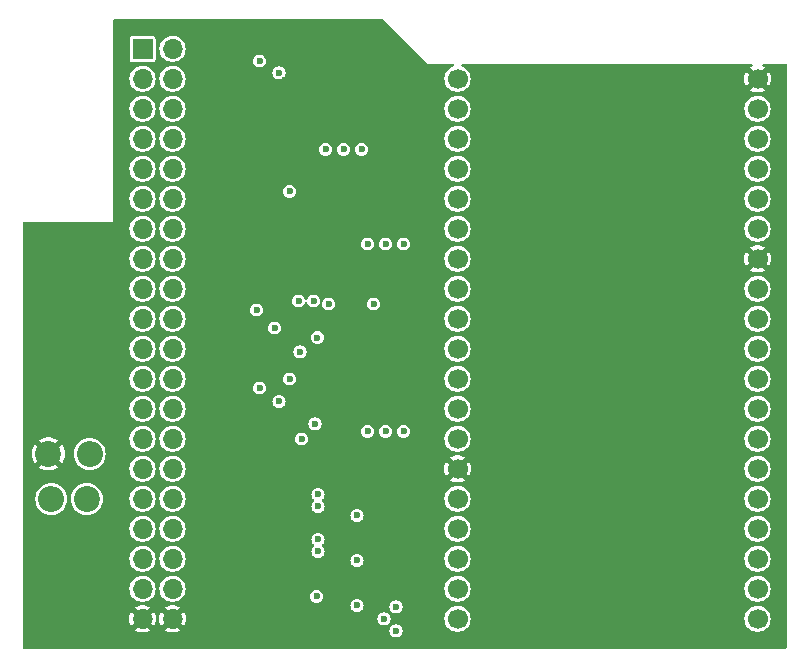
<source format=gbr>
%TF.GenerationSoftware,KiCad,Pcbnew,8.0.4*%
%TF.CreationDate,2024-09-22T15:27:09+02:00*%
%TF.ProjectId,blue_64,626c7565-5f36-4342-9e6b-696361645f70,0.3*%
%TF.SameCoordinates,PX38ecc10PY60e4b00*%
%TF.FileFunction,Copper,L3,Inr*%
%TF.FilePolarity,Positive*%
%FSLAX46Y46*%
G04 Gerber Fmt 4.6, Leading zero omitted, Abs format (unit mm)*
G04 Created by KiCad (PCBNEW 8.0.4) date 2024-09-22 15:27:09*
%MOMM*%
%LPD*%
G01*
G04 APERTURE LIST*
%TA.AperFunction,ComponentPad*%
%ADD10C,2.200000*%
%TD*%
%TA.AperFunction,ComponentPad*%
%ADD11O,2.200000X2.200000*%
%TD*%
%TA.AperFunction,ComponentPad*%
%ADD12R,1.700000X1.700000*%
%TD*%
%TA.AperFunction,ComponentPad*%
%ADD13O,1.700000X1.700000*%
%TD*%
%TA.AperFunction,ComponentPad*%
%ADD14C,1.700000*%
%TD*%
%TA.AperFunction,ViaPad*%
%ADD15C,0.600000*%
%TD*%
G04 APERTURE END LIST*
D10*
X5437000Y12700000D03*
D11*
X2437000Y12700000D03*
D12*
X10160000Y50800000D03*
D13*
X12700000Y50800000D03*
X10160000Y48260000D03*
X12700000Y48260000D03*
X10160000Y45720000D03*
X12700000Y45720000D03*
X10160000Y43180000D03*
X12700000Y43180000D03*
X10160000Y40640000D03*
X12700000Y40640000D03*
X10160000Y38100000D03*
X12700000Y38100000D03*
X10160000Y35560000D03*
X12700000Y35560000D03*
X10160000Y33020000D03*
X12700000Y33020000D03*
X10160000Y30480000D03*
X12700000Y30480000D03*
X10160000Y27940000D03*
X12700000Y27940000D03*
X10160000Y25400000D03*
X12700000Y25400000D03*
X10160000Y22860000D03*
X12700000Y22860000D03*
X10160000Y20320000D03*
X12700000Y20320000D03*
X10160000Y17780000D03*
X12700000Y17780000D03*
X10160000Y15240000D03*
X12700000Y15240000D03*
X10160000Y12700000D03*
X12700000Y12700000D03*
X10160000Y10160000D03*
X12700000Y10160000D03*
X10160000Y7620000D03*
X12700000Y7620000D03*
X10160000Y5080000D03*
X12700000Y5080000D03*
X10160000Y2540000D03*
X12700000Y2540000D03*
D11*
X5687000Y16510000D03*
D10*
X2187000Y16510000D03*
D14*
X62230000Y15240000D03*
X62230000Y12700000D03*
X36830000Y48260000D03*
X62230000Y17780000D03*
X62230000Y25400000D03*
X36830000Y2540000D03*
X36830000Y17780000D03*
X36830000Y12700000D03*
X36830000Y20320000D03*
X62230000Y10160000D03*
X62230000Y20320000D03*
X62230000Y22860000D03*
X62230000Y27940000D03*
X62230000Y30480000D03*
X62230000Y35560000D03*
X62230000Y43180000D03*
X62230000Y45720000D03*
X36830000Y27940000D03*
X36830000Y25400000D03*
X36830000Y22860000D03*
X36830000Y33020000D03*
X36830000Y30480000D03*
X36830000Y38100000D03*
X36830000Y35560000D03*
X62230000Y2540000D03*
X36830000Y5080000D03*
X62230000Y5080000D03*
X62230000Y7620000D03*
X36830000Y10160000D03*
X36830000Y7620000D03*
X36830000Y45720000D03*
X36830000Y15240000D03*
X62230000Y48260000D03*
X62230000Y33020000D03*
X62230000Y38100000D03*
X62230000Y40640000D03*
X36830000Y40640000D03*
X36830000Y43180000D03*
D15*
X52197000Y1905000D03*
X46482000Y28448000D03*
X8636000Y22860000D03*
X21463000Y1651000D03*
X16002000Y18669000D03*
X24511000Y11430000D03*
X15494000Y49276000D03*
X41529000Y28321000D03*
X24511000Y3683000D03*
X22225000Y48133000D03*
X48641000Y5842000D03*
X49149000Y14097000D03*
X57404000Y30353000D03*
X53975000Y5969000D03*
X20193000Y6731000D03*
X51054000Y46355000D03*
X34544000Y42926000D03*
X8636000Y20320000D03*
X54864000Y34417000D03*
X30099000Y33655000D03*
X38481000Y27686000D03*
X23876000Y18669000D03*
X19939000Y38735000D03*
X46482000Y17399000D03*
X33909000Y7747000D03*
X41529000Y17653000D03*
X16129000Y28575000D03*
X38989000Y30480000D03*
X60579000Y25400000D03*
X53467000Y28321000D03*
X34290000Y10668000D03*
X38989000Y38100000D03*
X16002000Y46355000D03*
X34798000Y48387000D03*
X56388000Y48260000D03*
X8636000Y50800000D03*
X16256000Y34544000D03*
X47498000Y48133000D03*
X29845000Y30099000D03*
X47371000Y24892000D03*
X51816000Y17653000D03*
X17780000Y18669000D03*
X8636000Y25400000D03*
X34671000Y30480000D03*
X41148000Y41402000D03*
X17780000Y3302000D03*
X33782000Y23495000D03*
X38989000Y43180000D03*
X23368000Y47244000D03*
X17780000Y40767000D03*
X8636000Y7620000D03*
X8636000Y15240000D03*
X17780000Y31115000D03*
X32258000Y12827000D03*
X32766000Y33528000D03*
X17780000Y25273000D03*
X55880000Y13843000D03*
X25019000Y10287000D03*
X42037000Y37465000D03*
X22098000Y35306000D03*
X60960000Y19177000D03*
X25146000Y14097000D03*
X24765000Y33909000D03*
X50800000Y37592000D03*
X8636000Y48260000D03*
X43307000Y46228000D03*
X8636000Y27940000D03*
X18288000Y33020000D03*
X18288000Y48260000D03*
X52324000Y10795000D03*
X43053000Y14097000D03*
X16002000Y40767000D03*
X33020000Y18034000D03*
X27813000Y5461000D03*
X45847000Y1905000D03*
X16129000Y43815000D03*
X57277000Y41275000D03*
X20574000Y22860000D03*
X21463000Y4572000D03*
X28956000Y47371000D03*
X32258000Y41910000D03*
X44069000Y22098000D03*
X18288000Y42672000D03*
X25146000Y45593000D03*
X16002000Y31115000D03*
X27305000Y14859000D03*
X34798000Y40640000D03*
X54102000Y25019000D03*
X24384000Y7620000D03*
X60579000Y35560000D03*
X60579000Y43180000D03*
X15494000Y5080000D03*
X8636000Y45720000D03*
X45593000Y38100000D03*
X39243000Y17780000D03*
X27305000Y13081000D03*
X8636000Y33020000D03*
X41656000Y24765000D03*
X21717000Y27940000D03*
X33782000Y21717000D03*
X18288000Y20574000D03*
X26797000Y1524000D03*
X28448000Y17399000D03*
X50800000Y22098000D03*
X46355000Y10795000D03*
X60579000Y40640000D03*
X18288000Y27178000D03*
X29718000Y41910000D03*
X38989000Y25400000D03*
X32004000Y46101000D03*
X57277000Y22352000D03*
X16002000Y25273000D03*
X46101000Y43053000D03*
X34671000Y19304000D03*
X60579000Y30480000D03*
X38989000Y35560000D03*
X8636000Y40640000D03*
X33655000Y5334000D03*
X15748000Y16510000D03*
X21463000Y12192000D03*
X17145000Y38735000D03*
X24130000Y25908000D03*
X27940000Y41910000D03*
X24638000Y51816000D03*
X39878000Y1778000D03*
X15240000Y51689000D03*
X8636000Y35560000D03*
X8636000Y30480000D03*
X38989000Y22860000D03*
X26416000Y41910000D03*
X32258000Y26162000D03*
X20701000Y50292000D03*
X57023000Y37973000D03*
X59182000Y7112000D03*
X27813000Y51181000D03*
X50292000Y41529000D03*
X28702000Y26162000D03*
X8636000Y43180000D03*
X8636000Y12700000D03*
X15621000Y12700000D03*
X42545000Y5842000D03*
X20320000Y29464000D03*
X38989000Y48260000D03*
X60579000Y27940000D03*
X54737000Y43434000D03*
X21844000Y44704000D03*
X16129000Y22225000D03*
X60960000Y21463000D03*
X50292000Y30226000D03*
X22860000Y16764000D03*
X49149000Y34417000D03*
X8636000Y38100000D03*
X58166000Y17907000D03*
X21590000Y20066000D03*
X24257000Y42164000D03*
X60579000Y45720000D03*
X24003000Y30099000D03*
X43942000Y30353000D03*
X60579000Y11176000D03*
X25019000Y6477000D03*
X17780000Y46355000D03*
X44069000Y34417000D03*
X57785000Y2286000D03*
X30099000Y17780000D03*
X8636000Y17780000D03*
X18669000Y14859000D03*
X27813000Y9271000D03*
X30099000Y52451000D03*
X40894000Y10668000D03*
X21590000Y41021000D03*
X30607000Y2540000D03*
X31623000Y3556000D03*
X22606000Y38735000D03*
X22606000Y22860000D03*
X28321000Y7493000D03*
X31623000Y1524000D03*
X28321000Y11303000D03*
X28321000Y3683000D03*
X21717000Y48768000D03*
X20066000Y49784000D03*
X23495000Y25146000D03*
X21336000Y27178000D03*
X24955500Y26352500D03*
X19812000Y28702000D03*
X24765000Y19050000D03*
X20066000Y22098000D03*
X23622000Y17780000D03*
X21717000Y20955000D03*
X29210000Y34290000D03*
X30734000Y34290000D03*
X32258000Y34290000D03*
X29210000Y18415000D03*
X30734000Y18415000D03*
X32258000Y18415000D03*
X29718000Y29210000D03*
X25019000Y8255000D03*
X23368000Y29464000D03*
X27178000Y42291000D03*
X25019000Y13081000D03*
X25908000Y29210000D03*
X25654000Y42291000D03*
X25019000Y9271000D03*
X28702000Y42291000D03*
X24638000Y29464000D03*
X25019000Y12065000D03*
X24892000Y4445000D03*
%TA.AperFunction,Conductor*%
G36*
X30486620Y53295593D02*
G01*
X30498433Y53285504D01*
X34279437Y49504500D01*
X34279438Y49504500D01*
X36466385Y49504500D01*
X36524576Y49485593D01*
X36560540Y49436093D01*
X36560540Y49374907D01*
X36524576Y49325407D01*
X36502151Y49313188D01*
X36337363Y49249348D01*
X36163959Y49141981D01*
X36013237Y49004580D01*
X35890328Y48841823D01*
X35890323Y48841814D01*
X35799419Y48659253D01*
X35799418Y48659250D01*
X35743603Y48463083D01*
X35724785Y48260000D01*
X35743603Y48056917D01*
X35799418Y47860750D01*
X35890327Y47678179D01*
X36013236Y47515421D01*
X36163959Y47378019D01*
X36337363Y47270652D01*
X36527544Y47196976D01*
X36728024Y47159500D01*
X36931976Y47159500D01*
X37132456Y47196976D01*
X37322637Y47270652D01*
X37496041Y47378019D01*
X37646764Y47515421D01*
X37769673Y47678179D01*
X37860582Y47860750D01*
X37916397Y48056917D01*
X37935215Y48260000D01*
X37916397Y48463083D01*
X37860582Y48659250D01*
X37769673Y48841821D01*
X37646764Y49004579D01*
X37496041Y49141981D01*
X37322637Y49249348D01*
X37157850Y49313187D01*
X37110421Y49351837D01*
X37094767Y49410985D01*
X37116870Y49468039D01*
X37168286Y49501205D01*
X37193615Y49504500D01*
X61729358Y49504500D01*
X61787549Y49485593D01*
X61823513Y49436093D01*
X61823513Y49374907D01*
X61787549Y49325407D01*
X61765121Y49313185D01*
X61715204Y49293848D01*
X61715202Y49293847D01*
X61612992Y49230562D01*
X62100591Y48742963D01*
X62037007Y48725925D01*
X61922993Y48660099D01*
X61829901Y48567007D01*
X61764075Y48452993D01*
X61747037Y48389409D01*
X61256835Y48879611D01*
X61248067Y48868000D01*
X61248057Y48867984D01*
X61153064Y48677211D01*
X61094738Y48472217D01*
X61075073Y48260000D01*
X61094738Y48047784D01*
X61153064Y47842790D01*
X61248057Y47652016D01*
X61248058Y47652013D01*
X61256835Y47640392D01*
X61747036Y48130594D01*
X61764075Y48067007D01*
X61829901Y47952993D01*
X61922993Y47859901D01*
X62037007Y47794075D01*
X62100589Y47777038D01*
X61612992Y47289440D01*
X61715199Y47226156D01*
X61715204Y47226153D01*
X61913941Y47149162D01*
X62123437Y47110000D01*
X62336563Y47110000D01*
X62546058Y47149162D01*
X62744797Y47226154D01*
X62744803Y47226157D01*
X62847006Y47289440D01*
X62359408Y47777038D01*
X62422993Y47794075D01*
X62537007Y47859901D01*
X62630099Y47952993D01*
X62695925Y48067007D01*
X62712962Y48130592D01*
X63203163Y47640391D01*
X63211936Y47652006D01*
X63211940Y47652012D01*
X63306935Y47842790D01*
X63365261Y48047784D01*
X63384926Y48260000D01*
X63365261Y48472217D01*
X63306935Y48677211D01*
X63211941Y48867988D01*
X63211938Y48867993D01*
X63203163Y48879611D01*
X62712962Y48389411D01*
X62695925Y48452993D01*
X62630099Y48567007D01*
X62537007Y48660099D01*
X62422993Y48725925D01*
X62359407Y48742964D01*
X62847006Y49230562D01*
X62744800Y49293845D01*
X62744795Y49293848D01*
X62694879Y49313185D01*
X62647448Y49351837D01*
X62631794Y49410986D01*
X62653897Y49468039D01*
X62705314Y49501205D01*
X62730642Y49504500D01*
X64645500Y49504500D01*
X64703691Y49485593D01*
X64739655Y49436093D01*
X64744500Y49405500D01*
X64744500Y124500D01*
X64725593Y66309D01*
X64676093Y30345D01*
X64645500Y25500D01*
X124500Y25500D01*
X66309Y44407D01*
X30345Y93907D01*
X25500Y124500D01*
X25500Y2540000D01*
X9005073Y2540000D01*
X9024738Y2327784D01*
X9083064Y2122790D01*
X9178057Y1932016D01*
X9178058Y1932013D01*
X9186835Y1920392D01*
X9677036Y2410594D01*
X9694075Y2347007D01*
X9759901Y2232993D01*
X9852993Y2139901D01*
X9967007Y2074075D01*
X10030589Y2057038D01*
X9542992Y1569440D01*
X9645199Y1506156D01*
X9645204Y1506153D01*
X9843941Y1429162D01*
X10053437Y1390000D01*
X10266563Y1390000D01*
X10476058Y1429162D01*
X10674797Y1506154D01*
X10674803Y1506157D01*
X10777006Y1569440D01*
X10289408Y2057038D01*
X10352993Y2074075D01*
X10467007Y2139901D01*
X10560099Y2232993D01*
X10625925Y2347007D01*
X10642962Y2410592D01*
X11133163Y1920391D01*
X11141936Y1932006D01*
X11141940Y1932012D01*
X11236935Y2122790D01*
X11295261Y2327784D01*
X11314926Y2540000D01*
X11545073Y2540000D01*
X11564738Y2327784D01*
X11623064Y2122790D01*
X11718057Y1932016D01*
X11718058Y1932013D01*
X11726835Y1920392D01*
X12217036Y2410594D01*
X12234075Y2347007D01*
X12299901Y2232993D01*
X12392993Y2139901D01*
X12507007Y2074075D01*
X12570589Y2057038D01*
X12082992Y1569440D01*
X12185199Y1506156D01*
X12185204Y1506153D01*
X12383941Y1429162D01*
X12593437Y1390000D01*
X12806563Y1390000D01*
X13016058Y1429162D01*
X13214797Y1506154D01*
X13214803Y1506157D01*
X13243621Y1524001D01*
X31067750Y1524001D01*
X31067750Y1524000D01*
X31086669Y1380292D01*
X31086670Y1380291D01*
X31142139Y1246375D01*
X31230379Y1131379D01*
X31345375Y1043139D01*
X31479291Y987670D01*
X31623000Y968750D01*
X31766709Y987670D01*
X31900625Y1043139D01*
X32015621Y1131379D01*
X32103861Y1246375D01*
X32159330Y1380291D01*
X32178250Y1524000D01*
X32159330Y1667709D01*
X32103861Y1801625D01*
X32015621Y1916621D01*
X31900625Y2004861D01*
X31900621Y2004863D01*
X31766709Y2060330D01*
X31766708Y2060331D01*
X31623000Y2079250D01*
X31479291Y2060331D01*
X31479290Y2060330D01*
X31345378Y2004863D01*
X31345374Y2004861D01*
X31230381Y1916623D01*
X31230377Y1916619D01*
X31142139Y1801626D01*
X31142137Y1801622D01*
X31086670Y1667710D01*
X31086669Y1667709D01*
X31067750Y1524001D01*
X13243621Y1524001D01*
X13317006Y1569440D01*
X12829408Y2057038D01*
X12892993Y2074075D01*
X13007007Y2139901D01*
X13100099Y2232993D01*
X13165925Y2347007D01*
X13182962Y2410592D01*
X13673163Y1920391D01*
X13681936Y1932006D01*
X13681940Y1932012D01*
X13776935Y2122790D01*
X13835261Y2327784D01*
X13854926Y2540000D01*
X13854926Y2540001D01*
X30051750Y2540001D01*
X30051750Y2540000D01*
X30070669Y2396292D01*
X30070670Y2396291D01*
X30126139Y2262375D01*
X30214379Y2147379D01*
X30329375Y2059139D01*
X30463291Y2003670D01*
X30607000Y1984750D01*
X30750709Y2003670D01*
X30884625Y2059139D01*
X30999621Y2147379D01*
X31087861Y2262375D01*
X31143330Y2396291D01*
X31162250Y2540000D01*
X35724785Y2540000D01*
X35743603Y2336917D01*
X35799418Y2140750D01*
X35890327Y1958179D01*
X36013236Y1795421D01*
X36163959Y1658019D01*
X36337363Y1550652D01*
X36527544Y1476976D01*
X36728024Y1439500D01*
X36931976Y1439500D01*
X37132456Y1476976D01*
X37322637Y1550652D01*
X37496041Y1658019D01*
X37646764Y1795421D01*
X37769673Y1958179D01*
X37860582Y2140750D01*
X37916397Y2336917D01*
X37935215Y2540000D01*
X61124785Y2540000D01*
X61143603Y2336917D01*
X61199418Y2140750D01*
X61290327Y1958179D01*
X61413236Y1795421D01*
X61563959Y1658019D01*
X61737363Y1550652D01*
X61927544Y1476976D01*
X62128024Y1439500D01*
X62331976Y1439500D01*
X62532456Y1476976D01*
X62722637Y1550652D01*
X62896041Y1658019D01*
X63046764Y1795421D01*
X63169673Y1958179D01*
X63260582Y2140750D01*
X63316397Y2336917D01*
X63335215Y2540000D01*
X63316397Y2743083D01*
X63260582Y2939250D01*
X63169673Y3121821D01*
X63046764Y3284579D01*
X62896041Y3421981D01*
X62722637Y3529348D01*
X62532456Y3603024D01*
X62532455Y3603025D01*
X62532453Y3603025D01*
X62331976Y3640500D01*
X62128024Y3640500D01*
X61927546Y3603025D01*
X61857632Y3575941D01*
X61737363Y3529348D01*
X61707023Y3510562D01*
X61563959Y3421981D01*
X61413237Y3284580D01*
X61290328Y3121823D01*
X61290323Y3121814D01*
X61199419Y2939253D01*
X61199418Y2939250D01*
X61143603Y2743083D01*
X61124785Y2540000D01*
X37935215Y2540000D01*
X37916397Y2743083D01*
X37860582Y2939250D01*
X37769673Y3121821D01*
X37646764Y3284579D01*
X37496041Y3421981D01*
X37322637Y3529348D01*
X37132456Y3603024D01*
X37132455Y3603025D01*
X37132453Y3603025D01*
X36931976Y3640500D01*
X36728024Y3640500D01*
X36527546Y3603025D01*
X36457632Y3575941D01*
X36337363Y3529348D01*
X36307023Y3510562D01*
X36163959Y3421981D01*
X36013237Y3284580D01*
X35890328Y3121823D01*
X35890323Y3121814D01*
X35799419Y2939253D01*
X35799418Y2939250D01*
X35743603Y2743083D01*
X35724785Y2540000D01*
X31162250Y2540000D01*
X31143330Y2683709D01*
X31087861Y2817625D01*
X30999621Y2932621D01*
X30884625Y3020861D01*
X30884621Y3020863D01*
X30750709Y3076330D01*
X30750708Y3076331D01*
X30607000Y3095250D01*
X30463291Y3076331D01*
X30463290Y3076330D01*
X30329378Y3020863D01*
X30329374Y3020861D01*
X30214381Y2932623D01*
X30214377Y2932619D01*
X30126139Y2817626D01*
X30126137Y2817622D01*
X30070670Y2683710D01*
X30070669Y2683709D01*
X30051750Y2540001D01*
X13854926Y2540001D01*
X13835261Y2752217D01*
X13776935Y2957211D01*
X13681941Y3147988D01*
X13681938Y3147993D01*
X13673163Y3159611D01*
X13182962Y2669411D01*
X13165925Y2732993D01*
X13100099Y2847007D01*
X13007007Y2940099D01*
X12892993Y3005925D01*
X12829407Y3022964D01*
X13317006Y3510562D01*
X13214800Y3573845D01*
X13214795Y3573848D01*
X13016058Y3650839D01*
X12844005Y3683001D01*
X27765750Y3683001D01*
X27765750Y3683000D01*
X27784669Y3539292D01*
X27784670Y3539291D01*
X27833260Y3421981D01*
X27840139Y3405375D01*
X27928379Y3290379D01*
X28043375Y3202139D01*
X28177291Y3146670D01*
X28321000Y3127750D01*
X28464709Y3146670D01*
X28598625Y3202139D01*
X28713621Y3290379D01*
X28801861Y3405375D01*
X28857330Y3539291D01*
X28859530Y3556001D01*
X31067750Y3556001D01*
X31067750Y3556000D01*
X31086669Y3412292D01*
X31086670Y3412291D01*
X31137165Y3290382D01*
X31142139Y3278375D01*
X31230379Y3163379D01*
X31345375Y3075139D01*
X31479291Y3019670D01*
X31623000Y3000750D01*
X31766709Y3019670D01*
X31900625Y3075139D01*
X32015621Y3163379D01*
X32103861Y3278375D01*
X32159330Y3412291D01*
X32178250Y3556000D01*
X32159330Y3699709D01*
X32103861Y3833625D01*
X32015621Y3948621D01*
X31900625Y4036861D01*
X31900621Y4036863D01*
X31766709Y4092330D01*
X31766708Y4092331D01*
X31623000Y4111250D01*
X31479291Y4092331D01*
X31479290Y4092330D01*
X31345378Y4036863D01*
X31345374Y4036861D01*
X31230381Y3948623D01*
X31230377Y3948619D01*
X31142139Y3833626D01*
X31142137Y3833622D01*
X31086670Y3699710D01*
X31086669Y3699709D01*
X31067750Y3556001D01*
X28859530Y3556001D01*
X28876250Y3683000D01*
X28875328Y3690000D01*
X28857330Y3826709D01*
X28801861Y3960625D01*
X28713621Y4075621D01*
X28598625Y4163861D01*
X28598621Y4163863D01*
X28464709Y4219330D01*
X28464708Y4219331D01*
X28321000Y4238250D01*
X28177291Y4219331D01*
X28177290Y4219330D01*
X28043378Y4163863D01*
X28043374Y4163861D01*
X27928381Y4075623D01*
X27928377Y4075619D01*
X27840139Y3960626D01*
X27840137Y3960622D01*
X27784670Y3826710D01*
X27784669Y3826709D01*
X27765750Y3683001D01*
X12844005Y3683001D01*
X12806563Y3690000D01*
X12593437Y3690000D01*
X12383941Y3650839D01*
X12185204Y3573848D01*
X12185202Y3573847D01*
X12082992Y3510562D01*
X12570591Y3022963D01*
X12507007Y3005925D01*
X12392993Y2940099D01*
X12299901Y2847007D01*
X12234075Y2732993D01*
X12217037Y2669409D01*
X11726835Y3159611D01*
X11718067Y3148000D01*
X11718057Y3147984D01*
X11623064Y2957211D01*
X11564738Y2752217D01*
X11545073Y2540000D01*
X11314926Y2540000D01*
X11295261Y2752217D01*
X11236935Y2957211D01*
X11141941Y3147988D01*
X11141938Y3147993D01*
X11133163Y3159611D01*
X10642962Y2669411D01*
X10625925Y2732993D01*
X10560099Y2847007D01*
X10467007Y2940099D01*
X10352993Y3005925D01*
X10289407Y3022964D01*
X10777006Y3510562D01*
X10674800Y3573845D01*
X10674795Y3573848D01*
X10476058Y3650839D01*
X10266563Y3690000D01*
X10053437Y3690000D01*
X9843941Y3650839D01*
X9645204Y3573848D01*
X9645202Y3573847D01*
X9542992Y3510562D01*
X10030591Y3022963D01*
X9967007Y3005925D01*
X9852993Y2940099D01*
X9759901Y2847007D01*
X9694075Y2732993D01*
X9677037Y2669409D01*
X9186835Y3159611D01*
X9178067Y3148000D01*
X9178057Y3147984D01*
X9083064Y2957211D01*
X9024738Y2752217D01*
X9005073Y2540000D01*
X25500Y2540000D01*
X25500Y5080000D01*
X9054785Y5080000D01*
X9073603Y4876917D01*
X9129418Y4680750D01*
X9220327Y4498179D01*
X9343236Y4335421D01*
X9493959Y4198019D01*
X9667363Y4090652D01*
X9857544Y4016976D01*
X10058024Y3979500D01*
X10261976Y3979500D01*
X10462456Y4016976D01*
X10652637Y4090652D01*
X10826041Y4198019D01*
X10976764Y4335421D01*
X11099673Y4498179D01*
X11190582Y4680750D01*
X11246397Y4876917D01*
X11265215Y5080000D01*
X11594785Y5080000D01*
X11613603Y4876917D01*
X11669418Y4680750D01*
X11760327Y4498179D01*
X11883236Y4335421D01*
X12033959Y4198019D01*
X12207363Y4090652D01*
X12397544Y4016976D01*
X12598024Y3979500D01*
X12801976Y3979500D01*
X13002456Y4016976D01*
X13192637Y4090652D01*
X13366041Y4198019D01*
X13516764Y4335421D01*
X13599515Y4445001D01*
X24336750Y4445001D01*
X24336750Y4445000D01*
X24355669Y4301292D01*
X24355670Y4301291D01*
X24398445Y4198020D01*
X24411139Y4167375D01*
X24499379Y4052379D01*
X24614375Y3964139D01*
X24748291Y3908670D01*
X24892000Y3889750D01*
X25035709Y3908670D01*
X25169625Y3964139D01*
X25284621Y4052379D01*
X25372861Y4167375D01*
X25428330Y4301291D01*
X25447250Y4445000D01*
X25428330Y4588709D01*
X25372861Y4722625D01*
X25284621Y4837621D01*
X25169625Y4925861D01*
X25169621Y4925863D01*
X25035709Y4981330D01*
X25035708Y4981331D01*
X24892000Y5000250D01*
X24748291Y4981331D01*
X24748290Y4981330D01*
X24614378Y4925863D01*
X24614374Y4925861D01*
X24499381Y4837623D01*
X24499377Y4837619D01*
X24411139Y4722626D01*
X24411137Y4722622D01*
X24355670Y4588710D01*
X24355669Y4588709D01*
X24336750Y4445001D01*
X13599515Y4445001D01*
X13639673Y4498179D01*
X13730582Y4680750D01*
X13786397Y4876917D01*
X13805215Y5080000D01*
X35724785Y5080000D01*
X35743603Y4876917D01*
X35799418Y4680750D01*
X35890327Y4498179D01*
X36013236Y4335421D01*
X36163959Y4198019D01*
X36337363Y4090652D01*
X36527544Y4016976D01*
X36728024Y3979500D01*
X36931976Y3979500D01*
X37132456Y4016976D01*
X37322637Y4090652D01*
X37496041Y4198019D01*
X37646764Y4335421D01*
X37769673Y4498179D01*
X37860582Y4680750D01*
X37916397Y4876917D01*
X37935215Y5080000D01*
X61124785Y5080000D01*
X61143603Y4876917D01*
X61199418Y4680750D01*
X61290327Y4498179D01*
X61413236Y4335421D01*
X61563959Y4198019D01*
X61737363Y4090652D01*
X61927544Y4016976D01*
X62128024Y3979500D01*
X62331976Y3979500D01*
X62532456Y4016976D01*
X62722637Y4090652D01*
X62896041Y4198019D01*
X63046764Y4335421D01*
X63169673Y4498179D01*
X63260582Y4680750D01*
X63316397Y4876917D01*
X63335215Y5080000D01*
X63316397Y5283083D01*
X63260582Y5479250D01*
X63169673Y5661821D01*
X63046764Y5824579D01*
X62896041Y5961981D01*
X62722637Y6069348D01*
X62532456Y6143024D01*
X62532455Y6143025D01*
X62532453Y6143025D01*
X62331976Y6180500D01*
X62128024Y6180500D01*
X61927546Y6143025D01*
X61857632Y6115941D01*
X61737363Y6069348D01*
X61563959Y5961981D01*
X61413237Y5824580D01*
X61290328Y5661823D01*
X61290323Y5661814D01*
X61199419Y5479253D01*
X61199418Y5479250D01*
X61143603Y5283083D01*
X61124785Y5080000D01*
X37935215Y5080000D01*
X37916397Y5283083D01*
X37860582Y5479250D01*
X37769673Y5661821D01*
X37646764Y5824579D01*
X37496041Y5961981D01*
X37322637Y6069348D01*
X37132456Y6143024D01*
X37132455Y6143025D01*
X37132453Y6143025D01*
X36931976Y6180500D01*
X36728024Y6180500D01*
X36527546Y6143025D01*
X36457632Y6115941D01*
X36337363Y6069348D01*
X36163959Y5961981D01*
X36013237Y5824580D01*
X35890328Y5661823D01*
X35890323Y5661814D01*
X35799419Y5479253D01*
X35799418Y5479250D01*
X35743603Y5283083D01*
X35724785Y5080000D01*
X13805215Y5080000D01*
X13786397Y5283083D01*
X13730582Y5479250D01*
X13639673Y5661821D01*
X13516764Y5824579D01*
X13366041Y5961981D01*
X13192637Y6069348D01*
X13002456Y6143024D01*
X13002455Y6143025D01*
X13002453Y6143025D01*
X12801976Y6180500D01*
X12598024Y6180500D01*
X12397546Y6143025D01*
X12327632Y6115941D01*
X12207363Y6069348D01*
X12033959Y5961981D01*
X11883237Y5824580D01*
X11760328Y5661823D01*
X11760323Y5661814D01*
X11669419Y5479253D01*
X11669418Y5479250D01*
X11613603Y5283083D01*
X11594785Y5080000D01*
X11265215Y5080000D01*
X11246397Y5283083D01*
X11190582Y5479250D01*
X11099673Y5661821D01*
X10976764Y5824579D01*
X10826041Y5961981D01*
X10652637Y6069348D01*
X10462456Y6143024D01*
X10462455Y6143025D01*
X10462453Y6143025D01*
X10261976Y6180500D01*
X10058024Y6180500D01*
X9857546Y6143025D01*
X9787632Y6115941D01*
X9667363Y6069348D01*
X9493959Y5961981D01*
X9343237Y5824580D01*
X9220328Y5661823D01*
X9220323Y5661814D01*
X9129419Y5479253D01*
X9129418Y5479250D01*
X9073603Y5283083D01*
X9054785Y5080000D01*
X25500Y5080000D01*
X25500Y7620000D01*
X9054785Y7620000D01*
X9073603Y7416917D01*
X9129418Y7220750D01*
X9220327Y7038179D01*
X9343236Y6875421D01*
X9493959Y6738019D01*
X9667363Y6630652D01*
X9857544Y6556976D01*
X10058024Y6519500D01*
X10261976Y6519500D01*
X10462456Y6556976D01*
X10652637Y6630652D01*
X10826041Y6738019D01*
X10976764Y6875421D01*
X11099673Y7038179D01*
X11190582Y7220750D01*
X11246397Y7416917D01*
X11265215Y7620000D01*
X11594785Y7620000D01*
X11613603Y7416917D01*
X11669418Y7220750D01*
X11760327Y7038179D01*
X11883236Y6875421D01*
X12033959Y6738019D01*
X12207363Y6630652D01*
X12397544Y6556976D01*
X12598024Y6519500D01*
X12801976Y6519500D01*
X13002456Y6556976D01*
X13192637Y6630652D01*
X13366041Y6738019D01*
X13516764Y6875421D01*
X13639673Y7038179D01*
X13730582Y7220750D01*
X13786397Y7416917D01*
X13793447Y7493001D01*
X27765750Y7493001D01*
X27765750Y7493000D01*
X27784669Y7349292D01*
X27784670Y7349291D01*
X27837912Y7220750D01*
X27840139Y7215375D01*
X27928379Y7100379D01*
X28043375Y7012139D01*
X28177291Y6956670D01*
X28321000Y6937750D01*
X28464709Y6956670D01*
X28598625Y7012139D01*
X28713621Y7100379D01*
X28801861Y7215375D01*
X28857330Y7349291D01*
X28876250Y7493000D01*
X28859530Y7620000D01*
X35724785Y7620000D01*
X35743603Y7416917D01*
X35799418Y7220750D01*
X35890327Y7038179D01*
X36013236Y6875421D01*
X36163959Y6738019D01*
X36337363Y6630652D01*
X36527544Y6556976D01*
X36728024Y6519500D01*
X36931976Y6519500D01*
X37132456Y6556976D01*
X37322637Y6630652D01*
X37496041Y6738019D01*
X37646764Y6875421D01*
X37769673Y7038179D01*
X37860582Y7220750D01*
X37916397Y7416917D01*
X37935215Y7620000D01*
X61124785Y7620000D01*
X61143603Y7416917D01*
X61199418Y7220750D01*
X61290327Y7038179D01*
X61413236Y6875421D01*
X61563959Y6738019D01*
X61737363Y6630652D01*
X61927544Y6556976D01*
X62128024Y6519500D01*
X62331976Y6519500D01*
X62532456Y6556976D01*
X62722637Y6630652D01*
X62896041Y6738019D01*
X63046764Y6875421D01*
X63169673Y7038179D01*
X63260582Y7220750D01*
X63316397Y7416917D01*
X63335215Y7620000D01*
X63316397Y7823083D01*
X63260582Y8019250D01*
X63169673Y8201821D01*
X63046764Y8364579D01*
X62896041Y8501981D01*
X62722637Y8609348D01*
X62532456Y8683024D01*
X62532455Y8683025D01*
X62532453Y8683025D01*
X62331976Y8720500D01*
X62128024Y8720500D01*
X61927546Y8683025D01*
X61857632Y8655941D01*
X61737363Y8609348D01*
X61613451Y8532625D01*
X61563959Y8501981D01*
X61413237Y8364580D01*
X61290328Y8201823D01*
X61290323Y8201814D01*
X61204437Y8029330D01*
X61199418Y8019250D01*
X61143603Y7823083D01*
X61124785Y7620000D01*
X37935215Y7620000D01*
X37916397Y7823083D01*
X37860582Y8019250D01*
X37769673Y8201821D01*
X37646764Y8364579D01*
X37496041Y8501981D01*
X37322637Y8609348D01*
X37132456Y8683024D01*
X37132455Y8683025D01*
X37132453Y8683025D01*
X36931976Y8720500D01*
X36728024Y8720500D01*
X36527546Y8683025D01*
X36457632Y8655941D01*
X36337363Y8609348D01*
X36213451Y8532625D01*
X36163959Y8501981D01*
X36013237Y8364580D01*
X35890328Y8201823D01*
X35890323Y8201814D01*
X35804437Y8029330D01*
X35799418Y8019250D01*
X35743603Y7823083D01*
X35724785Y7620000D01*
X28859530Y7620000D01*
X28857330Y7636709D01*
X28801861Y7770625D01*
X28713621Y7885621D01*
X28598625Y7973861D01*
X28598621Y7973863D01*
X28464709Y8029330D01*
X28464708Y8029331D01*
X28321000Y8048250D01*
X28177291Y8029331D01*
X28177290Y8029330D01*
X28043378Y7973863D01*
X28043374Y7973861D01*
X27928381Y7885623D01*
X27928377Y7885619D01*
X27840139Y7770626D01*
X27840137Y7770622D01*
X27784670Y7636710D01*
X27784669Y7636709D01*
X27765750Y7493001D01*
X13793447Y7493001D01*
X13805215Y7620000D01*
X13786397Y7823083D01*
X13730582Y8019250D01*
X13639673Y8201821D01*
X13516764Y8364579D01*
X13366041Y8501981D01*
X13192637Y8609348D01*
X13002456Y8683024D01*
X13002455Y8683025D01*
X13002453Y8683025D01*
X12801976Y8720500D01*
X12598024Y8720500D01*
X12397546Y8683025D01*
X12327632Y8655941D01*
X12207363Y8609348D01*
X12083451Y8532625D01*
X12033959Y8501981D01*
X11883237Y8364580D01*
X11760328Y8201823D01*
X11760323Y8201814D01*
X11674437Y8029330D01*
X11669418Y8019250D01*
X11613603Y7823083D01*
X11594785Y7620000D01*
X11265215Y7620000D01*
X11246397Y7823083D01*
X11190582Y8019250D01*
X11099673Y8201821D01*
X10976764Y8364579D01*
X10826041Y8501981D01*
X10652637Y8609348D01*
X10462456Y8683024D01*
X10462455Y8683025D01*
X10462453Y8683025D01*
X10261976Y8720500D01*
X10058024Y8720500D01*
X9857546Y8683025D01*
X9787632Y8655941D01*
X9667363Y8609348D01*
X9543451Y8532625D01*
X9493959Y8501981D01*
X9343237Y8364580D01*
X9220328Y8201823D01*
X9220323Y8201814D01*
X9134437Y8029330D01*
X9129418Y8019250D01*
X9073603Y7823083D01*
X9054785Y7620000D01*
X25500Y7620000D01*
X25500Y10160000D01*
X9054785Y10160000D01*
X9073603Y9956917D01*
X9129418Y9760750D01*
X9220327Y9578179D01*
X9343236Y9415421D01*
X9493959Y9278019D01*
X9667363Y9170652D01*
X9857544Y9096976D01*
X10058024Y9059500D01*
X10261976Y9059500D01*
X10462456Y9096976D01*
X10652637Y9170652D01*
X10826041Y9278019D01*
X10976764Y9415421D01*
X11099673Y9578179D01*
X11190582Y9760750D01*
X11246397Y9956917D01*
X11265215Y10160000D01*
X11594785Y10160000D01*
X11613603Y9956917D01*
X11669418Y9760750D01*
X11760327Y9578179D01*
X11883236Y9415421D01*
X12033959Y9278019D01*
X12207363Y9170652D01*
X12397544Y9096976D01*
X12598024Y9059500D01*
X12801976Y9059500D01*
X13002456Y9096976D01*
X13192637Y9170652D01*
X13354707Y9271001D01*
X24463750Y9271001D01*
X24463750Y9271000D01*
X24482669Y9127292D01*
X24482670Y9127291D01*
X24510749Y9059500D01*
X24538139Y8993375D01*
X24626379Y8878379D01*
X24674386Y8841542D01*
X24709041Y8791117D01*
X24707439Y8729953D01*
X24674386Y8684458D01*
X24626381Y8647623D01*
X24626377Y8647619D01*
X24538139Y8532626D01*
X24538137Y8532622D01*
X24482670Y8398710D01*
X24482669Y8398709D01*
X24463750Y8255001D01*
X24463750Y8255000D01*
X24482669Y8111292D01*
X24482670Y8111291D01*
X24538139Y7977375D01*
X24626379Y7862379D01*
X24741375Y7774139D01*
X24875291Y7718670D01*
X25019000Y7699750D01*
X25162709Y7718670D01*
X25296625Y7774139D01*
X25411621Y7862379D01*
X25499861Y7977375D01*
X25555330Y8111291D01*
X25574250Y8255000D01*
X25555330Y8398709D01*
X25499861Y8532625D01*
X25411621Y8647621D01*
X25411616Y8647625D01*
X25411615Y8647626D01*
X25363614Y8684458D01*
X25328958Y8734882D01*
X25330559Y8796047D01*
X25363614Y8841542D01*
X25411621Y8878379D01*
X25499861Y8993375D01*
X25555330Y9127291D01*
X25574250Y9271000D01*
X25555330Y9414709D01*
X25499861Y9548625D01*
X25411621Y9663621D01*
X25296625Y9751861D01*
X25296621Y9751863D01*
X25162709Y9807330D01*
X25162708Y9807331D01*
X25019000Y9826250D01*
X24875291Y9807331D01*
X24875290Y9807330D01*
X24741378Y9751863D01*
X24741374Y9751861D01*
X24626381Y9663623D01*
X24626377Y9663619D01*
X24538139Y9548626D01*
X24538137Y9548622D01*
X24482670Y9414710D01*
X24482669Y9414709D01*
X24463750Y9271001D01*
X13354707Y9271001D01*
X13366041Y9278019D01*
X13516764Y9415421D01*
X13639673Y9578179D01*
X13730582Y9760750D01*
X13786397Y9956917D01*
X13805215Y10160000D01*
X35724785Y10160000D01*
X35743603Y9956917D01*
X35799418Y9760750D01*
X35890327Y9578179D01*
X36013236Y9415421D01*
X36163959Y9278019D01*
X36337363Y9170652D01*
X36527544Y9096976D01*
X36728024Y9059500D01*
X36931976Y9059500D01*
X37132456Y9096976D01*
X37322637Y9170652D01*
X37496041Y9278019D01*
X37646764Y9415421D01*
X37769673Y9578179D01*
X37860582Y9760750D01*
X37916397Y9956917D01*
X37935215Y10160000D01*
X61124785Y10160000D01*
X61143603Y9956917D01*
X61199418Y9760750D01*
X61290327Y9578179D01*
X61413236Y9415421D01*
X61563959Y9278019D01*
X61737363Y9170652D01*
X61927544Y9096976D01*
X62128024Y9059500D01*
X62331976Y9059500D01*
X62532456Y9096976D01*
X62722637Y9170652D01*
X62896041Y9278019D01*
X63046764Y9415421D01*
X63169673Y9578179D01*
X63260582Y9760750D01*
X63316397Y9956917D01*
X63335215Y10160000D01*
X63316397Y10363083D01*
X63260582Y10559250D01*
X63169673Y10741821D01*
X63046764Y10904579D01*
X62896041Y11041981D01*
X62722637Y11149348D01*
X62532456Y11223024D01*
X62532455Y11223025D01*
X62532453Y11223025D01*
X62331976Y11260500D01*
X62128024Y11260500D01*
X61927546Y11223025D01*
X61857632Y11195941D01*
X61737363Y11149348D01*
X61563959Y11041981D01*
X61413237Y10904580D01*
X61290328Y10741823D01*
X61290323Y10741814D01*
X61199419Y10559253D01*
X61199418Y10559250D01*
X61143603Y10363083D01*
X61124785Y10160000D01*
X37935215Y10160000D01*
X37916397Y10363083D01*
X37860582Y10559250D01*
X37769673Y10741821D01*
X37646764Y10904579D01*
X37496041Y11041981D01*
X37322637Y11149348D01*
X37132456Y11223024D01*
X37132455Y11223025D01*
X37132453Y11223025D01*
X36931976Y11260500D01*
X36728024Y11260500D01*
X36527546Y11223025D01*
X36457632Y11195941D01*
X36337363Y11149348D01*
X36163959Y11041981D01*
X36013237Y10904580D01*
X35890328Y10741823D01*
X35890323Y10741814D01*
X35799419Y10559253D01*
X35799418Y10559250D01*
X35743603Y10363083D01*
X35724785Y10160000D01*
X13805215Y10160000D01*
X13786397Y10363083D01*
X13730582Y10559250D01*
X13639673Y10741821D01*
X13516764Y10904579D01*
X13366041Y11041981D01*
X13192637Y11149348D01*
X13002456Y11223024D01*
X13002455Y11223025D01*
X13002453Y11223025D01*
X12801976Y11260500D01*
X12598024Y11260500D01*
X12397546Y11223025D01*
X12327632Y11195941D01*
X12207363Y11149348D01*
X12033959Y11041981D01*
X11883237Y10904580D01*
X11760328Y10741823D01*
X11760323Y10741814D01*
X11669419Y10559253D01*
X11669418Y10559250D01*
X11613603Y10363083D01*
X11594785Y10160000D01*
X11265215Y10160000D01*
X11246397Y10363083D01*
X11190582Y10559250D01*
X11099673Y10741821D01*
X10976764Y10904579D01*
X10826041Y11041981D01*
X10652637Y11149348D01*
X10462456Y11223024D01*
X10462455Y11223025D01*
X10462453Y11223025D01*
X10261976Y11260500D01*
X10058024Y11260500D01*
X9857546Y11223025D01*
X9787632Y11195941D01*
X9667363Y11149348D01*
X9493959Y11041981D01*
X9343237Y10904580D01*
X9220328Y10741823D01*
X9220323Y10741814D01*
X9129419Y10559253D01*
X9129418Y10559250D01*
X9073603Y10363083D01*
X9054785Y10160000D01*
X25500Y10160000D01*
X25500Y11303001D01*
X27765750Y11303001D01*
X27765750Y11303000D01*
X27784669Y11159292D01*
X27784670Y11159291D01*
X27833260Y11041981D01*
X27840139Y11025375D01*
X27928379Y10910379D01*
X28043375Y10822139D01*
X28177291Y10766670D01*
X28321000Y10747750D01*
X28464709Y10766670D01*
X28598625Y10822139D01*
X28713621Y10910379D01*
X28801861Y11025375D01*
X28857330Y11159291D01*
X28876250Y11303000D01*
X28857330Y11446709D01*
X28801861Y11580625D01*
X28713621Y11695621D01*
X28598625Y11783861D01*
X28598621Y11783863D01*
X28464709Y11839330D01*
X28464708Y11839331D01*
X28321000Y11858250D01*
X28177291Y11839331D01*
X28177290Y11839330D01*
X28043378Y11783863D01*
X28043374Y11783861D01*
X27928381Y11695623D01*
X27928377Y11695619D01*
X27840139Y11580626D01*
X27840137Y11580622D01*
X27784670Y11446710D01*
X27784669Y11446709D01*
X27765750Y11303001D01*
X25500Y11303001D01*
X25500Y12700005D01*
X1081341Y12700005D01*
X1081341Y12699996D01*
X1101935Y12464600D01*
X1101936Y12464593D01*
X1101937Y12464592D01*
X1163097Y12236337D01*
X1262965Y12022170D01*
X1398505Y11828599D01*
X1565599Y11661505D01*
X1759170Y11525965D01*
X1973337Y11426097D01*
X2201592Y11364937D01*
X2201596Y11364937D01*
X2201599Y11364936D01*
X2436996Y11344341D01*
X2437000Y11344341D01*
X2437004Y11344341D01*
X2672400Y11364936D01*
X2672401Y11364937D01*
X2672408Y11364937D01*
X2900663Y11426097D01*
X3114830Y11525965D01*
X3308401Y11661505D01*
X3475495Y11828599D01*
X3611035Y12022170D01*
X3710903Y12236337D01*
X3772063Y12464592D01*
X3774891Y12496917D01*
X3792659Y12699996D01*
X3792659Y12700005D01*
X4081341Y12700005D01*
X4081341Y12699996D01*
X4101935Y12464600D01*
X4101936Y12464593D01*
X4101937Y12464592D01*
X4163097Y12236337D01*
X4262965Y12022170D01*
X4398505Y11828599D01*
X4565599Y11661505D01*
X4759170Y11525965D01*
X4973337Y11426097D01*
X5201592Y11364937D01*
X5201596Y11364937D01*
X5201599Y11364936D01*
X5436996Y11344341D01*
X5437000Y11344341D01*
X5437004Y11344341D01*
X5672400Y11364936D01*
X5672401Y11364937D01*
X5672408Y11364937D01*
X5900663Y11426097D01*
X6114830Y11525965D01*
X6308401Y11661505D01*
X6475495Y11828599D01*
X6611035Y12022170D01*
X6710903Y12236337D01*
X6772063Y12464592D01*
X6774891Y12496917D01*
X6792659Y12699996D01*
X6792659Y12700000D01*
X9054785Y12700000D01*
X9073603Y12496917D01*
X9129418Y12300750D01*
X9220327Y12118179D01*
X9343236Y11955421D01*
X9493959Y11818019D01*
X9667363Y11710652D01*
X9857544Y11636976D01*
X10058024Y11599500D01*
X10261976Y11599500D01*
X10462456Y11636976D01*
X10652637Y11710652D01*
X10826041Y11818019D01*
X10976764Y11955421D01*
X11099673Y12118179D01*
X11190582Y12300750D01*
X11246397Y12496917D01*
X11265215Y12700000D01*
X11594785Y12700000D01*
X11613603Y12496917D01*
X11669418Y12300750D01*
X11760327Y12118179D01*
X11883236Y11955421D01*
X12033959Y11818019D01*
X12207363Y11710652D01*
X12397544Y11636976D01*
X12598024Y11599500D01*
X12801976Y11599500D01*
X13002456Y11636976D01*
X13192637Y11710652D01*
X13366041Y11818019D01*
X13516764Y11955421D01*
X13639673Y12118179D01*
X13730582Y12300750D01*
X13786397Y12496917D01*
X13805215Y12700000D01*
X13786397Y12903083D01*
X13735774Y13081001D01*
X24463750Y13081001D01*
X24463750Y13081000D01*
X24482669Y12937292D01*
X24482670Y12937291D01*
X24538139Y12803375D01*
X24626379Y12688379D01*
X24674386Y12651542D01*
X24709041Y12601117D01*
X24707439Y12539953D01*
X24674386Y12494458D01*
X24626381Y12457623D01*
X24626377Y12457619D01*
X24538139Y12342626D01*
X24538137Y12342622D01*
X24482670Y12208710D01*
X24482669Y12208709D01*
X24463750Y12065001D01*
X24463750Y12065000D01*
X24482669Y11921292D01*
X24482670Y11921291D01*
X24525445Y11818020D01*
X24538139Y11787375D01*
X24626379Y11672379D01*
X24741375Y11584139D01*
X24875291Y11528670D01*
X25019000Y11509750D01*
X25162709Y11528670D01*
X25296625Y11584139D01*
X25411621Y11672379D01*
X25499861Y11787375D01*
X25555330Y11921291D01*
X25574250Y12065000D01*
X25555330Y12208709D01*
X25499861Y12342625D01*
X25411621Y12457621D01*
X25411616Y12457625D01*
X25411615Y12457626D01*
X25363614Y12494458D01*
X25328958Y12544882D01*
X25330559Y12606047D01*
X25363614Y12651542D01*
X25411621Y12688379D01*
X25420538Y12700000D01*
X35724785Y12700000D01*
X35743603Y12496917D01*
X35799418Y12300750D01*
X35890327Y12118179D01*
X36013236Y11955421D01*
X36163959Y11818019D01*
X36337363Y11710652D01*
X36527544Y11636976D01*
X36728024Y11599500D01*
X36931976Y11599500D01*
X37132456Y11636976D01*
X37322637Y11710652D01*
X37496041Y11818019D01*
X37646764Y11955421D01*
X37769673Y12118179D01*
X37860582Y12300750D01*
X37916397Y12496917D01*
X37935215Y12700000D01*
X61124785Y12700000D01*
X61143603Y12496917D01*
X61199418Y12300750D01*
X61290327Y12118179D01*
X61413236Y11955421D01*
X61563959Y11818019D01*
X61737363Y11710652D01*
X61927544Y11636976D01*
X62128024Y11599500D01*
X62331976Y11599500D01*
X62532456Y11636976D01*
X62722637Y11710652D01*
X62896041Y11818019D01*
X63046764Y11955421D01*
X63169673Y12118179D01*
X63260582Y12300750D01*
X63316397Y12496917D01*
X63335215Y12700000D01*
X63316397Y12903083D01*
X63260582Y13099250D01*
X63169673Y13281821D01*
X63046764Y13444579D01*
X62896041Y13581981D01*
X62722637Y13689348D01*
X62532456Y13763024D01*
X62532455Y13763025D01*
X62532453Y13763025D01*
X62331976Y13800500D01*
X62128024Y13800500D01*
X61927546Y13763025D01*
X61864237Y13738499D01*
X61737363Y13689348D01*
X61621050Y13617330D01*
X61563959Y13581981D01*
X61413237Y13444580D01*
X61290328Y13281823D01*
X61290323Y13281814D01*
X61199419Y13099253D01*
X61199418Y13099250D01*
X61143603Y12903083D01*
X61124785Y12700000D01*
X37935215Y12700000D01*
X37916397Y12903083D01*
X37860582Y13099250D01*
X37769673Y13281821D01*
X37646764Y13444579D01*
X37496041Y13581981D01*
X37322637Y13689348D01*
X37132456Y13763024D01*
X37132455Y13763025D01*
X37132453Y13763025D01*
X36931976Y13800500D01*
X36728024Y13800500D01*
X36527546Y13763025D01*
X36464237Y13738499D01*
X36337363Y13689348D01*
X36221050Y13617330D01*
X36163959Y13581981D01*
X36013237Y13444580D01*
X35890328Y13281823D01*
X35890323Y13281814D01*
X35799419Y13099253D01*
X35799418Y13099250D01*
X35743603Y12903083D01*
X35724785Y12700000D01*
X25420538Y12700000D01*
X25499861Y12803375D01*
X25555330Y12937291D01*
X25574250Y13081000D01*
X25555330Y13224709D01*
X25499861Y13358625D01*
X25411621Y13473621D01*
X25296625Y13561861D01*
X25296621Y13561863D01*
X25162709Y13617330D01*
X25162708Y13617331D01*
X25019000Y13636250D01*
X24875291Y13617331D01*
X24875290Y13617330D01*
X24741378Y13561863D01*
X24741374Y13561861D01*
X24626381Y13473623D01*
X24626377Y13473619D01*
X24538139Y13358626D01*
X24538137Y13358622D01*
X24482670Y13224710D01*
X24482669Y13224709D01*
X24463750Y13081001D01*
X13735774Y13081001D01*
X13730582Y13099250D01*
X13639673Y13281821D01*
X13516764Y13444579D01*
X13366041Y13581981D01*
X13192637Y13689348D01*
X13002456Y13763024D01*
X13002455Y13763025D01*
X13002453Y13763025D01*
X12801976Y13800500D01*
X12598024Y13800500D01*
X12397546Y13763025D01*
X12334237Y13738499D01*
X12207363Y13689348D01*
X12091050Y13617330D01*
X12033959Y13581981D01*
X11883237Y13444580D01*
X11760328Y13281823D01*
X11760323Y13281814D01*
X11669419Y13099253D01*
X11669418Y13099250D01*
X11613603Y12903083D01*
X11594785Y12700000D01*
X11265215Y12700000D01*
X11246397Y12903083D01*
X11190582Y13099250D01*
X11099673Y13281821D01*
X10976764Y13444579D01*
X10826041Y13581981D01*
X10652637Y13689348D01*
X10462456Y13763024D01*
X10462455Y13763025D01*
X10462453Y13763025D01*
X10261976Y13800500D01*
X10058024Y13800500D01*
X9857546Y13763025D01*
X9794237Y13738499D01*
X9667363Y13689348D01*
X9551050Y13617330D01*
X9493959Y13581981D01*
X9343237Y13444580D01*
X9220328Y13281823D01*
X9220323Y13281814D01*
X9129419Y13099253D01*
X9129418Y13099250D01*
X9073603Y12903083D01*
X9054785Y12700000D01*
X6792659Y12700000D01*
X6792659Y12700005D01*
X6772064Y12935401D01*
X6772063Y12935404D01*
X6772063Y12935408D01*
X6710903Y13163663D01*
X6655804Y13281823D01*
X6611040Y13377819D01*
X6611036Y13377827D01*
X6564295Y13444580D01*
X6475495Y13571401D01*
X6308401Y13738495D01*
X6308397Y13738498D01*
X6308396Y13738499D01*
X6201007Y13813693D01*
X6114830Y13874035D01*
X5900663Y13973903D01*
X5672408Y14035063D01*
X5672407Y14035064D01*
X5672400Y14035065D01*
X5437004Y14055659D01*
X5436996Y14055659D01*
X5201599Y14035065D01*
X4973332Y13973902D01*
X4759181Y13874041D01*
X4759173Y13874037D01*
X4565603Y13738499D01*
X4398501Y13571397D01*
X4262963Y13377827D01*
X4262959Y13377819D01*
X4163098Y13163668D01*
X4101935Y12935401D01*
X4081341Y12700005D01*
X3792659Y12700005D01*
X3772064Y12935401D01*
X3772063Y12935404D01*
X3772063Y12935408D01*
X3710903Y13163663D01*
X3655804Y13281823D01*
X3611040Y13377819D01*
X3611036Y13377827D01*
X3564295Y13444580D01*
X3475495Y13571401D01*
X3308401Y13738495D01*
X3308397Y13738498D01*
X3308396Y13738499D01*
X3201007Y13813693D01*
X3114830Y13874035D01*
X2900663Y13973903D01*
X2672408Y14035063D01*
X2672407Y14035064D01*
X2672400Y14035065D01*
X2437004Y14055659D01*
X2436996Y14055659D01*
X2201599Y14035065D01*
X1973332Y13973902D01*
X1759181Y13874041D01*
X1759173Y13874037D01*
X1565603Y13738499D01*
X1398501Y13571397D01*
X1262963Y13377827D01*
X1262959Y13377819D01*
X1163098Y13163668D01*
X1101935Y12935401D01*
X1081341Y12700005D01*
X25500Y12700005D01*
X25500Y16510000D01*
X782202Y16510000D01*
X801361Y16278780D01*
X858319Y16053863D01*
X858320Y16053860D01*
X951514Y15841395D01*
X951519Y15841386D01*
X1035811Y15712368D01*
X1663211Y16339769D01*
X1674482Y16297708D01*
X1746890Y16172292D01*
X1849292Y16069890D01*
X1974708Y15997482D01*
X2016765Y15986213D01*
X1388201Y15357649D01*
X1388201Y15357648D01*
X1418643Y15333954D01*
X1418647Y15333951D01*
X1622695Y15223525D01*
X1842145Y15148188D01*
X2070993Y15110000D01*
X2303007Y15110000D01*
X2531854Y15148188D01*
X2751304Y15223525D01*
X2955351Y15333950D01*
X2955357Y15333954D01*
X2985797Y15357648D01*
X2357232Y15986213D01*
X2399292Y15997482D01*
X2524708Y16069890D01*
X2627110Y16172292D01*
X2699518Y16297708D01*
X2710787Y16339768D01*
X3338187Y15712368D01*
X3422480Y15841386D01*
X3422485Y15841395D01*
X3515679Y16053860D01*
X3515680Y16053863D01*
X3572638Y16278780D01*
X3591797Y16510000D01*
X3591797Y16510005D01*
X4331341Y16510005D01*
X4331341Y16509996D01*
X4351935Y16274600D01*
X4351936Y16274593D01*
X4351937Y16274592D01*
X4413097Y16046337D01*
X4512965Y15832170D01*
X4573307Y15745993D01*
X4647454Y15640099D01*
X4648505Y15638599D01*
X4815599Y15471505D01*
X5009170Y15335965D01*
X5223337Y15236097D01*
X5451592Y15174937D01*
X5451596Y15174937D01*
X5451599Y15174936D01*
X5686996Y15154341D01*
X5687000Y15154341D01*
X5687004Y15154341D01*
X5922400Y15174936D01*
X5922401Y15174937D01*
X5922408Y15174937D01*
X6150663Y15236097D01*
X6159033Y15240000D01*
X9054785Y15240000D01*
X9073603Y15036917D01*
X9129418Y14840750D01*
X9220327Y14658179D01*
X9343236Y14495421D01*
X9493959Y14358019D01*
X9667363Y14250652D01*
X9857544Y14176976D01*
X10058024Y14139500D01*
X10261976Y14139500D01*
X10462456Y14176976D01*
X10652637Y14250652D01*
X10826041Y14358019D01*
X10976764Y14495421D01*
X11099673Y14658179D01*
X11190582Y14840750D01*
X11246397Y15036917D01*
X11265215Y15240000D01*
X11594785Y15240000D01*
X11613603Y15036917D01*
X11669418Y14840750D01*
X11760327Y14658179D01*
X11883236Y14495421D01*
X12033959Y14358019D01*
X12207363Y14250652D01*
X12397544Y14176976D01*
X12598024Y14139500D01*
X12801976Y14139500D01*
X13002456Y14176976D01*
X13192637Y14250652D01*
X13366041Y14358019D01*
X13516764Y14495421D01*
X13639673Y14658179D01*
X13730582Y14840750D01*
X13786397Y15036917D01*
X13805215Y15240000D01*
X35675073Y15240000D01*
X35694738Y15027784D01*
X35753064Y14822790D01*
X35848057Y14632016D01*
X35848058Y14632013D01*
X35856835Y14620392D01*
X36347036Y15110594D01*
X36364075Y15047007D01*
X36429901Y14932993D01*
X36522993Y14839901D01*
X36637007Y14774075D01*
X36700589Y14757038D01*
X36212992Y14269440D01*
X36315199Y14206156D01*
X36315204Y14206153D01*
X36513941Y14129162D01*
X36723437Y14090000D01*
X36936563Y14090000D01*
X37146058Y14129162D01*
X37344797Y14206154D01*
X37344803Y14206157D01*
X37447006Y14269440D01*
X36959408Y14757038D01*
X37022993Y14774075D01*
X37137007Y14839901D01*
X37230099Y14932993D01*
X37295925Y15047007D01*
X37312962Y15110592D01*
X37803163Y14620391D01*
X37811936Y14632006D01*
X37811940Y14632012D01*
X37906935Y14822790D01*
X37965261Y15027784D01*
X37984926Y15240000D01*
X61124785Y15240000D01*
X61143603Y15036917D01*
X61199418Y14840750D01*
X61290327Y14658179D01*
X61413236Y14495421D01*
X61563959Y14358019D01*
X61737363Y14250652D01*
X61927544Y14176976D01*
X62128024Y14139500D01*
X62331976Y14139500D01*
X62532456Y14176976D01*
X62722637Y14250652D01*
X62896041Y14358019D01*
X63046764Y14495421D01*
X63169673Y14658179D01*
X63260582Y14840750D01*
X63316397Y15036917D01*
X63335215Y15240000D01*
X63316397Y15443083D01*
X63260582Y15639250D01*
X63169673Y15821821D01*
X63046764Y15984579D01*
X62896041Y16121981D01*
X62722637Y16229348D01*
X62532456Y16303024D01*
X62532455Y16303025D01*
X62532453Y16303025D01*
X62331976Y16340500D01*
X62128024Y16340500D01*
X61927546Y16303025D01*
X61864963Y16278780D01*
X61737363Y16229348D01*
X61619622Y16156446D01*
X61563959Y16121981D01*
X61413237Y15984580D01*
X61290328Y15821823D01*
X61290323Y15821814D01*
X61199419Y15639253D01*
X61199418Y15639250D01*
X61143603Y15443083D01*
X61124785Y15240000D01*
X37984926Y15240000D01*
X37965261Y15452217D01*
X37906935Y15657211D01*
X37811941Y15847988D01*
X37811938Y15847993D01*
X37803163Y15859611D01*
X37312962Y15369411D01*
X37295925Y15432993D01*
X37230099Y15547007D01*
X37137007Y15640099D01*
X37022993Y15705925D01*
X36959407Y15722964D01*
X37447006Y16210562D01*
X37344800Y16273845D01*
X37344795Y16273848D01*
X37146058Y16350839D01*
X36936563Y16390000D01*
X36723437Y16390000D01*
X36513941Y16350839D01*
X36315204Y16273848D01*
X36315202Y16273847D01*
X36212992Y16210562D01*
X36700591Y15722963D01*
X36637007Y15705925D01*
X36522993Y15640099D01*
X36429901Y15547007D01*
X36364075Y15432993D01*
X36347037Y15369409D01*
X35856835Y15859611D01*
X35848067Y15848000D01*
X35848057Y15847984D01*
X35753064Y15657211D01*
X35694738Y15452217D01*
X35675073Y15240000D01*
X13805215Y15240000D01*
X13786397Y15443083D01*
X13730582Y15639250D01*
X13639673Y15821821D01*
X13516764Y15984579D01*
X13366041Y16121981D01*
X13192637Y16229348D01*
X13002456Y16303024D01*
X13002455Y16303025D01*
X13002453Y16303025D01*
X12801976Y16340500D01*
X12598024Y16340500D01*
X12397546Y16303025D01*
X12334963Y16278780D01*
X12207363Y16229348D01*
X12089622Y16156446D01*
X12033959Y16121981D01*
X11883237Y15984580D01*
X11760328Y15821823D01*
X11760323Y15821814D01*
X11669419Y15639253D01*
X11669418Y15639250D01*
X11613603Y15443083D01*
X11594785Y15240000D01*
X11265215Y15240000D01*
X11246397Y15443083D01*
X11190582Y15639250D01*
X11099673Y15821821D01*
X10976764Y15984579D01*
X10826041Y16121981D01*
X10652637Y16229348D01*
X10462456Y16303024D01*
X10462455Y16303025D01*
X10462453Y16303025D01*
X10261976Y16340500D01*
X10058024Y16340500D01*
X9857546Y16303025D01*
X9794963Y16278780D01*
X9667363Y16229348D01*
X9549622Y16156446D01*
X9493959Y16121981D01*
X9343237Y15984580D01*
X9220328Y15821823D01*
X9220323Y15821814D01*
X9129419Y15639253D01*
X9129418Y15639250D01*
X9073603Y15443083D01*
X9054785Y15240000D01*
X6159033Y15240000D01*
X6364830Y15335965D01*
X6558401Y15471505D01*
X6725495Y15638599D01*
X6861035Y15832170D01*
X6960903Y16046337D01*
X7022063Y16274592D01*
X7022064Y16274600D01*
X7042659Y16509996D01*
X7042659Y16510005D01*
X7022064Y16745401D01*
X7022063Y16745404D01*
X7022063Y16745408D01*
X6960903Y16973663D01*
X6960901Y16973668D01*
X6861040Y17187819D01*
X6861036Y17187827D01*
X6853788Y17198178D01*
X6725495Y17381401D01*
X6558401Y17548495D01*
X6558397Y17548498D01*
X6558396Y17548499D01*
X6433014Y17636292D01*
X6364830Y17684035D01*
X6159033Y17780000D01*
X9054785Y17780000D01*
X9073603Y17576917D01*
X9129418Y17380750D01*
X9220327Y17198179D01*
X9343236Y17035421D01*
X9493959Y16898019D01*
X9667363Y16790652D01*
X9857544Y16716976D01*
X10058024Y16679500D01*
X10261976Y16679500D01*
X10462456Y16716976D01*
X10652637Y16790652D01*
X10826041Y16898019D01*
X10976764Y17035421D01*
X11099673Y17198179D01*
X11190582Y17380750D01*
X11246397Y17576917D01*
X11265215Y17780000D01*
X11594785Y17780000D01*
X11613603Y17576917D01*
X11669418Y17380750D01*
X11760327Y17198179D01*
X11883236Y17035421D01*
X12033959Y16898019D01*
X12207363Y16790652D01*
X12397544Y16716976D01*
X12598024Y16679500D01*
X12801976Y16679500D01*
X13002456Y16716976D01*
X13192637Y16790652D01*
X13366041Y16898019D01*
X13516764Y17035421D01*
X13639673Y17198179D01*
X13730582Y17380750D01*
X13786397Y17576917D01*
X13805215Y17780000D01*
X13805215Y17780001D01*
X23066750Y17780001D01*
X23066750Y17780000D01*
X23085669Y17636292D01*
X23085670Y17636291D01*
X23141139Y17502375D01*
X23229379Y17387379D01*
X23344375Y17299139D01*
X23478291Y17243670D01*
X23622000Y17224750D01*
X23765709Y17243670D01*
X23899625Y17299139D01*
X24014621Y17387379D01*
X24102861Y17502375D01*
X24158330Y17636291D01*
X24177250Y17780000D01*
X35724785Y17780000D01*
X35743603Y17576917D01*
X35799418Y17380750D01*
X35890327Y17198179D01*
X36013236Y17035421D01*
X36163959Y16898019D01*
X36337363Y16790652D01*
X36527544Y16716976D01*
X36728024Y16679500D01*
X36931976Y16679500D01*
X37132456Y16716976D01*
X37322637Y16790652D01*
X37496041Y16898019D01*
X37646764Y17035421D01*
X37769673Y17198179D01*
X37860582Y17380750D01*
X37916397Y17576917D01*
X37935215Y17780000D01*
X61124785Y17780000D01*
X61143603Y17576917D01*
X61199418Y17380750D01*
X61290327Y17198179D01*
X61413236Y17035421D01*
X61563959Y16898019D01*
X61737363Y16790652D01*
X61927544Y16716976D01*
X62128024Y16679500D01*
X62331976Y16679500D01*
X62532456Y16716976D01*
X62722637Y16790652D01*
X62896041Y16898019D01*
X63046764Y17035421D01*
X63169673Y17198179D01*
X63260582Y17380750D01*
X63316397Y17576917D01*
X63335215Y17780000D01*
X63316397Y17983083D01*
X63260582Y18179250D01*
X63169673Y18361821D01*
X63046764Y18524579D01*
X62896041Y18661981D01*
X62722637Y18769348D01*
X62532456Y18843024D01*
X62532455Y18843025D01*
X62532453Y18843025D01*
X62331976Y18880500D01*
X62128024Y18880500D01*
X61927546Y18843025D01*
X61857632Y18815941D01*
X61737363Y18769348D01*
X61613451Y18692625D01*
X61563959Y18661981D01*
X61413237Y18524580D01*
X61290328Y18361823D01*
X61290323Y18361814D01*
X61240056Y18260863D01*
X61199418Y18179250D01*
X61143603Y17983083D01*
X61124785Y17780000D01*
X37935215Y17780000D01*
X37916397Y17983083D01*
X37860582Y18179250D01*
X37769673Y18361821D01*
X37646764Y18524579D01*
X37496041Y18661981D01*
X37322637Y18769348D01*
X37132456Y18843024D01*
X37132455Y18843025D01*
X37132453Y18843025D01*
X36931976Y18880500D01*
X36728024Y18880500D01*
X36527546Y18843025D01*
X36457632Y18815941D01*
X36337363Y18769348D01*
X36213451Y18692625D01*
X36163959Y18661981D01*
X36013237Y18524580D01*
X35890328Y18361823D01*
X35890323Y18361814D01*
X35840056Y18260863D01*
X35799418Y18179250D01*
X35743603Y17983083D01*
X35724785Y17780000D01*
X24177250Y17780000D01*
X24164259Y17878671D01*
X24158330Y17923709D01*
X24102861Y18057625D01*
X24014621Y18172621D01*
X23899625Y18260861D01*
X23899621Y18260863D01*
X23765709Y18316330D01*
X23765708Y18316331D01*
X23622000Y18335250D01*
X23478291Y18316331D01*
X23478290Y18316330D01*
X23344378Y18260863D01*
X23344374Y18260861D01*
X23229381Y18172623D01*
X23229377Y18172619D01*
X23141139Y18057626D01*
X23141137Y18057622D01*
X23085670Y17923710D01*
X23085669Y17923709D01*
X23066750Y17780001D01*
X13805215Y17780001D01*
X13786397Y17983083D01*
X13730582Y18179250D01*
X13639673Y18361821D01*
X13599513Y18415001D01*
X28654750Y18415001D01*
X28654750Y18415000D01*
X28673669Y18271292D01*
X28673670Y18271291D01*
X28714540Y18172619D01*
X28729139Y18137375D01*
X28817379Y18022379D01*
X28932375Y17934139D01*
X29066291Y17878670D01*
X29210000Y17859750D01*
X29353709Y17878670D01*
X29487625Y17934139D01*
X29602621Y18022379D01*
X29690861Y18137375D01*
X29746330Y18271291D01*
X29765250Y18415000D01*
X29765250Y18415001D01*
X30178750Y18415001D01*
X30178750Y18415000D01*
X30197669Y18271292D01*
X30197670Y18271291D01*
X30238540Y18172619D01*
X30253139Y18137375D01*
X30341379Y18022379D01*
X30456375Y17934139D01*
X30590291Y17878670D01*
X30734000Y17859750D01*
X30877709Y17878670D01*
X31011625Y17934139D01*
X31126621Y18022379D01*
X31214861Y18137375D01*
X31270330Y18271291D01*
X31289250Y18415000D01*
X31289250Y18415001D01*
X31702750Y18415001D01*
X31702750Y18415000D01*
X31721669Y18271292D01*
X31721670Y18271291D01*
X31762540Y18172619D01*
X31777139Y18137375D01*
X31865379Y18022379D01*
X31980375Y17934139D01*
X32114291Y17878670D01*
X32258000Y17859750D01*
X32401709Y17878670D01*
X32535625Y17934139D01*
X32650621Y18022379D01*
X32738861Y18137375D01*
X32794330Y18271291D01*
X32813250Y18415000D01*
X32800259Y18513671D01*
X32794330Y18558709D01*
X32738861Y18692625D01*
X32650621Y18807621D01*
X32535625Y18895861D01*
X32535621Y18895863D01*
X32401709Y18951330D01*
X32401708Y18951331D01*
X32258000Y18970250D01*
X32114291Y18951331D01*
X32114290Y18951330D01*
X31980378Y18895863D01*
X31980374Y18895861D01*
X31865381Y18807623D01*
X31865377Y18807619D01*
X31777139Y18692626D01*
X31777137Y18692622D01*
X31721670Y18558710D01*
X31721669Y18558709D01*
X31702750Y18415001D01*
X31289250Y18415001D01*
X31276259Y18513671D01*
X31270330Y18558709D01*
X31214861Y18692625D01*
X31126621Y18807621D01*
X31011625Y18895861D01*
X31011621Y18895863D01*
X30877709Y18951330D01*
X30877708Y18951331D01*
X30734000Y18970250D01*
X30590291Y18951331D01*
X30590290Y18951330D01*
X30456378Y18895863D01*
X30456374Y18895861D01*
X30341381Y18807623D01*
X30341377Y18807619D01*
X30253139Y18692626D01*
X30253137Y18692622D01*
X30197670Y18558710D01*
X30197669Y18558709D01*
X30178750Y18415001D01*
X29765250Y18415001D01*
X29752259Y18513671D01*
X29746330Y18558709D01*
X29690861Y18692625D01*
X29602621Y18807621D01*
X29487625Y18895861D01*
X29487621Y18895863D01*
X29353709Y18951330D01*
X29353708Y18951331D01*
X29210000Y18970250D01*
X29066291Y18951331D01*
X29066290Y18951330D01*
X28932378Y18895863D01*
X28932374Y18895861D01*
X28817381Y18807623D01*
X28817377Y18807619D01*
X28729139Y18692626D01*
X28729137Y18692622D01*
X28673670Y18558710D01*
X28673669Y18558709D01*
X28654750Y18415001D01*
X13599513Y18415001D01*
X13516764Y18524579D01*
X13366041Y18661981D01*
X13192637Y18769348D01*
X13002456Y18843024D01*
X13002455Y18843025D01*
X13002453Y18843025D01*
X12801976Y18880500D01*
X12598024Y18880500D01*
X12397546Y18843025D01*
X12327632Y18815941D01*
X12207363Y18769348D01*
X12083451Y18692625D01*
X12033959Y18661981D01*
X11883237Y18524580D01*
X11760328Y18361823D01*
X11760323Y18361814D01*
X11710056Y18260863D01*
X11669418Y18179250D01*
X11613603Y17983083D01*
X11594785Y17780000D01*
X11265215Y17780000D01*
X11246397Y17983083D01*
X11190582Y18179250D01*
X11099673Y18361821D01*
X10976764Y18524579D01*
X10826041Y18661981D01*
X10652637Y18769348D01*
X10462456Y18843024D01*
X10462455Y18843025D01*
X10462453Y18843025D01*
X10261976Y18880500D01*
X10058024Y18880500D01*
X9857546Y18843025D01*
X9787632Y18815941D01*
X9667363Y18769348D01*
X9543451Y18692625D01*
X9493959Y18661981D01*
X9343237Y18524580D01*
X9220328Y18361823D01*
X9220323Y18361814D01*
X9170056Y18260863D01*
X9129418Y18179250D01*
X9073603Y17983083D01*
X9054785Y17780000D01*
X6159033Y17780000D01*
X6150663Y17783903D01*
X5922408Y17845063D01*
X5922407Y17845064D01*
X5922400Y17845065D01*
X5687004Y17865659D01*
X5686996Y17865659D01*
X5451599Y17845065D01*
X5223332Y17783902D01*
X5009181Y17684041D01*
X5009173Y17684037D01*
X4815603Y17548499D01*
X4648501Y17381397D01*
X4512963Y17187827D01*
X4512959Y17187819D01*
X4413098Y16973668D01*
X4351935Y16745401D01*
X4331341Y16510005D01*
X3591797Y16510005D01*
X3572638Y16741221D01*
X3515680Y16966138D01*
X3515679Y16966141D01*
X3422485Y17178606D01*
X3422480Y17178615D01*
X3338187Y17307634D01*
X2710787Y16680235D01*
X2699518Y16722292D01*
X2627110Y16847708D01*
X2524708Y16950110D01*
X2399292Y17022518D01*
X2357231Y17033789D01*
X2985797Y17662354D01*
X2955355Y17686048D01*
X2955352Y17686050D01*
X2751304Y17796476D01*
X2531854Y17871813D01*
X2303007Y17910000D01*
X2070993Y17910000D01*
X1842145Y17871813D01*
X1622695Y17796476D01*
X1418646Y17686049D01*
X1418637Y17686044D01*
X1388201Y17662355D01*
X1388201Y17662354D01*
X2016767Y17033788D01*
X1974708Y17022518D01*
X1849292Y16950110D01*
X1746890Y16847708D01*
X1674482Y16722292D01*
X1663212Y16680233D01*
X1035812Y17307633D01*
X951517Y17178610D01*
X858318Y16966138D01*
X801361Y16741221D01*
X782202Y16510000D01*
X25500Y16510000D01*
X25500Y19050001D01*
X24209750Y19050001D01*
X24209750Y19050000D01*
X24228669Y18906292D01*
X24228670Y18906291D01*
X24269540Y18807619D01*
X24284139Y18772375D01*
X24372379Y18657379D01*
X24487375Y18569139D01*
X24621291Y18513670D01*
X24765000Y18494750D01*
X24908709Y18513670D01*
X25042625Y18569139D01*
X25157621Y18657379D01*
X25245861Y18772375D01*
X25301330Y18906291D01*
X25320250Y19050000D01*
X25301330Y19193709D01*
X25245861Y19327625D01*
X25157621Y19442621D01*
X25042625Y19530861D01*
X25042621Y19530863D01*
X24908709Y19586330D01*
X24908708Y19586331D01*
X24765000Y19605250D01*
X24621291Y19586331D01*
X24621290Y19586330D01*
X24487378Y19530863D01*
X24487374Y19530861D01*
X24372381Y19442623D01*
X24372377Y19442619D01*
X24284139Y19327626D01*
X24284137Y19327622D01*
X24228670Y19193710D01*
X24228669Y19193709D01*
X24209750Y19050001D01*
X25500Y19050001D01*
X25500Y20320000D01*
X9054785Y20320000D01*
X9073603Y20116917D01*
X9129418Y19920750D01*
X9220327Y19738179D01*
X9343236Y19575421D01*
X9493959Y19438019D01*
X9667363Y19330652D01*
X9857544Y19256976D01*
X10058024Y19219500D01*
X10261976Y19219500D01*
X10462456Y19256976D01*
X10652637Y19330652D01*
X10826041Y19438019D01*
X10976764Y19575421D01*
X11099673Y19738179D01*
X11190582Y19920750D01*
X11246397Y20116917D01*
X11265215Y20320000D01*
X11594785Y20320000D01*
X11613603Y20116917D01*
X11669418Y19920750D01*
X11760327Y19738179D01*
X11883236Y19575421D01*
X12033959Y19438019D01*
X12207363Y19330652D01*
X12397544Y19256976D01*
X12598024Y19219500D01*
X12801976Y19219500D01*
X13002456Y19256976D01*
X13192637Y19330652D01*
X13366041Y19438019D01*
X13516764Y19575421D01*
X13639673Y19738179D01*
X13730582Y19920750D01*
X13786397Y20116917D01*
X13805215Y20320000D01*
X35724785Y20320000D01*
X35743603Y20116917D01*
X35799418Y19920750D01*
X35890327Y19738179D01*
X36013236Y19575421D01*
X36163959Y19438019D01*
X36337363Y19330652D01*
X36527544Y19256976D01*
X36728024Y19219500D01*
X36931976Y19219500D01*
X37132456Y19256976D01*
X37322637Y19330652D01*
X37496041Y19438019D01*
X37646764Y19575421D01*
X37769673Y19738179D01*
X37860582Y19920750D01*
X37916397Y20116917D01*
X37935215Y20320000D01*
X61124785Y20320000D01*
X61143603Y20116917D01*
X61199418Y19920750D01*
X61290327Y19738179D01*
X61413236Y19575421D01*
X61563959Y19438019D01*
X61737363Y19330652D01*
X61927544Y19256976D01*
X62128024Y19219500D01*
X62331976Y19219500D01*
X62532456Y19256976D01*
X62722637Y19330652D01*
X62896041Y19438019D01*
X63046764Y19575421D01*
X63169673Y19738179D01*
X63260582Y19920750D01*
X63316397Y20116917D01*
X63335215Y20320000D01*
X63316397Y20523083D01*
X63260582Y20719250D01*
X63169673Y20901821D01*
X63046764Y21064579D01*
X62896041Y21201981D01*
X62722637Y21309348D01*
X62532456Y21383024D01*
X62532455Y21383025D01*
X62532453Y21383025D01*
X62331976Y21420500D01*
X62128024Y21420500D01*
X61927546Y21383025D01*
X61857632Y21355941D01*
X61737363Y21309348D01*
X61613451Y21232625D01*
X61563959Y21201981D01*
X61413237Y21064580D01*
X61290328Y20901823D01*
X61290323Y20901814D01*
X61199419Y20719253D01*
X61199418Y20719250D01*
X61143603Y20523083D01*
X61124785Y20320000D01*
X37935215Y20320000D01*
X37916397Y20523083D01*
X37860582Y20719250D01*
X37769673Y20901821D01*
X37646764Y21064579D01*
X37496041Y21201981D01*
X37322637Y21309348D01*
X37132456Y21383024D01*
X37132455Y21383025D01*
X37132453Y21383025D01*
X36931976Y21420500D01*
X36728024Y21420500D01*
X36527546Y21383025D01*
X36457632Y21355941D01*
X36337363Y21309348D01*
X36213451Y21232625D01*
X36163959Y21201981D01*
X36013237Y21064580D01*
X35890328Y20901823D01*
X35890323Y20901814D01*
X35799419Y20719253D01*
X35799418Y20719250D01*
X35743603Y20523083D01*
X35724785Y20320000D01*
X13805215Y20320000D01*
X13786397Y20523083D01*
X13730582Y20719250D01*
X13639673Y20901821D01*
X13599513Y20955001D01*
X21161750Y20955001D01*
X21161750Y20955000D01*
X21180669Y20811292D01*
X21180670Y20811291D01*
X21236139Y20677375D01*
X21324379Y20562379D01*
X21439375Y20474139D01*
X21573291Y20418670D01*
X21717000Y20399750D01*
X21860709Y20418670D01*
X21994625Y20474139D01*
X22109621Y20562379D01*
X22197861Y20677375D01*
X22253330Y20811291D01*
X22272250Y20955000D01*
X22253330Y21098709D01*
X22197861Y21232625D01*
X22109621Y21347621D01*
X21994625Y21435861D01*
X21994621Y21435863D01*
X21860709Y21491330D01*
X21860708Y21491331D01*
X21717000Y21510250D01*
X21573291Y21491331D01*
X21573290Y21491330D01*
X21439378Y21435863D01*
X21439374Y21435861D01*
X21324381Y21347623D01*
X21324377Y21347619D01*
X21236139Y21232626D01*
X21236137Y21232622D01*
X21180670Y21098710D01*
X21180669Y21098709D01*
X21161750Y20955001D01*
X13599513Y20955001D01*
X13516764Y21064579D01*
X13366041Y21201981D01*
X13192637Y21309348D01*
X13002456Y21383024D01*
X13002455Y21383025D01*
X13002453Y21383025D01*
X12801976Y21420500D01*
X12598024Y21420500D01*
X12397546Y21383025D01*
X12327632Y21355941D01*
X12207363Y21309348D01*
X12083451Y21232625D01*
X12033959Y21201981D01*
X11883237Y21064580D01*
X11760328Y20901823D01*
X11760323Y20901814D01*
X11669419Y20719253D01*
X11669418Y20719250D01*
X11613603Y20523083D01*
X11594785Y20320000D01*
X11265215Y20320000D01*
X11246397Y20523083D01*
X11190582Y20719250D01*
X11099673Y20901821D01*
X10976764Y21064579D01*
X10826041Y21201981D01*
X10652637Y21309348D01*
X10462456Y21383024D01*
X10462455Y21383025D01*
X10462453Y21383025D01*
X10261976Y21420500D01*
X10058024Y21420500D01*
X9857546Y21383025D01*
X9787632Y21355941D01*
X9667363Y21309348D01*
X9543451Y21232625D01*
X9493959Y21201981D01*
X9343237Y21064580D01*
X9220328Y20901823D01*
X9220323Y20901814D01*
X9129419Y20719253D01*
X9129418Y20719250D01*
X9073603Y20523083D01*
X9054785Y20320000D01*
X25500Y20320000D01*
X25500Y22860000D01*
X9054785Y22860000D01*
X9073603Y22656917D01*
X9129418Y22460750D01*
X9220327Y22278179D01*
X9343236Y22115421D01*
X9493959Y21978019D01*
X9667363Y21870652D01*
X9857544Y21796976D01*
X10058024Y21759500D01*
X10261976Y21759500D01*
X10462456Y21796976D01*
X10652637Y21870652D01*
X10826041Y21978019D01*
X10976764Y22115421D01*
X11099673Y22278179D01*
X11190582Y22460750D01*
X11246397Y22656917D01*
X11265215Y22860000D01*
X11594785Y22860000D01*
X11613603Y22656917D01*
X11669418Y22460750D01*
X11760327Y22278179D01*
X11883236Y22115421D01*
X12033959Y21978019D01*
X12207363Y21870652D01*
X12397544Y21796976D01*
X12598024Y21759500D01*
X12801976Y21759500D01*
X13002456Y21796976D01*
X13192637Y21870652D01*
X13366041Y21978019D01*
X13497655Y22098001D01*
X19510750Y22098001D01*
X19510750Y22098000D01*
X19529669Y21954292D01*
X19529670Y21954291D01*
X19585139Y21820375D01*
X19673379Y21705379D01*
X19788375Y21617139D01*
X19922291Y21561670D01*
X20066000Y21542750D01*
X20209709Y21561670D01*
X20343625Y21617139D01*
X20458621Y21705379D01*
X20546861Y21820375D01*
X20602330Y21954291D01*
X20621250Y22098000D01*
X20618956Y22115421D01*
X20602330Y22241709D01*
X20546861Y22375625D01*
X20458621Y22490621D01*
X20343625Y22578861D01*
X20343621Y22578863D01*
X20209709Y22634330D01*
X20209708Y22634331D01*
X20066000Y22653250D01*
X19922291Y22634331D01*
X19922290Y22634330D01*
X19788378Y22578863D01*
X19788374Y22578861D01*
X19673381Y22490623D01*
X19673377Y22490619D01*
X19585139Y22375626D01*
X19585137Y22375622D01*
X19529670Y22241710D01*
X19529669Y22241709D01*
X19510750Y22098001D01*
X13497655Y22098001D01*
X13516764Y22115421D01*
X13639673Y22278179D01*
X13730582Y22460750D01*
X13786397Y22656917D01*
X13805215Y22860000D01*
X13805215Y22860001D01*
X22050750Y22860001D01*
X22050750Y22860000D01*
X22069669Y22716292D01*
X22069670Y22716291D01*
X22125139Y22582375D01*
X22213379Y22467379D01*
X22328375Y22379139D01*
X22462291Y22323670D01*
X22606000Y22304750D01*
X22749709Y22323670D01*
X22883625Y22379139D01*
X22998621Y22467379D01*
X23086861Y22582375D01*
X23142330Y22716291D01*
X23161250Y22860000D01*
X35724785Y22860000D01*
X35743603Y22656917D01*
X35799418Y22460750D01*
X35890327Y22278179D01*
X36013236Y22115421D01*
X36163959Y21978019D01*
X36337363Y21870652D01*
X36527544Y21796976D01*
X36728024Y21759500D01*
X36931976Y21759500D01*
X37132456Y21796976D01*
X37322637Y21870652D01*
X37496041Y21978019D01*
X37646764Y22115421D01*
X37769673Y22278179D01*
X37860582Y22460750D01*
X37916397Y22656917D01*
X37935215Y22860000D01*
X61124785Y22860000D01*
X61143603Y22656917D01*
X61199418Y22460750D01*
X61290327Y22278179D01*
X61413236Y22115421D01*
X61563959Y21978019D01*
X61737363Y21870652D01*
X61927544Y21796976D01*
X62128024Y21759500D01*
X62331976Y21759500D01*
X62532456Y21796976D01*
X62722637Y21870652D01*
X62896041Y21978019D01*
X63046764Y22115421D01*
X63169673Y22278179D01*
X63260582Y22460750D01*
X63316397Y22656917D01*
X63335215Y22860000D01*
X63316397Y23063083D01*
X63260582Y23259250D01*
X63169673Y23441821D01*
X63046764Y23604579D01*
X62896041Y23741981D01*
X62722637Y23849348D01*
X62532456Y23923024D01*
X62532455Y23923025D01*
X62532453Y23923025D01*
X62331976Y23960500D01*
X62128024Y23960500D01*
X61927546Y23923025D01*
X61857632Y23895941D01*
X61737363Y23849348D01*
X61563959Y23741981D01*
X61413237Y23604580D01*
X61290328Y23441823D01*
X61290323Y23441814D01*
X61267675Y23396330D01*
X61199418Y23259250D01*
X61143603Y23063083D01*
X61124785Y22860000D01*
X37935215Y22860000D01*
X37916397Y23063083D01*
X37860582Y23259250D01*
X37769673Y23441821D01*
X37646764Y23604579D01*
X37496041Y23741981D01*
X37322637Y23849348D01*
X37132456Y23923024D01*
X37132455Y23923025D01*
X37132453Y23923025D01*
X36931976Y23960500D01*
X36728024Y23960500D01*
X36527546Y23923025D01*
X36457632Y23895941D01*
X36337363Y23849348D01*
X36163959Y23741981D01*
X36013237Y23604580D01*
X35890328Y23441823D01*
X35890323Y23441814D01*
X35867675Y23396330D01*
X35799418Y23259250D01*
X35743603Y23063083D01*
X35724785Y22860000D01*
X23161250Y22860000D01*
X23142330Y23003709D01*
X23086861Y23137625D01*
X22998621Y23252621D01*
X22883625Y23340861D01*
X22883621Y23340863D01*
X22749709Y23396330D01*
X22749708Y23396331D01*
X22606000Y23415250D01*
X22462291Y23396331D01*
X22462290Y23396330D01*
X22328378Y23340863D01*
X22328374Y23340861D01*
X22213381Y23252623D01*
X22213377Y23252619D01*
X22125139Y23137626D01*
X22125137Y23137622D01*
X22069670Y23003710D01*
X22069669Y23003709D01*
X22050750Y22860001D01*
X13805215Y22860001D01*
X13786397Y23063083D01*
X13730582Y23259250D01*
X13639673Y23441821D01*
X13516764Y23604579D01*
X13366041Y23741981D01*
X13192637Y23849348D01*
X13002456Y23923024D01*
X13002455Y23923025D01*
X13002453Y23923025D01*
X12801976Y23960500D01*
X12598024Y23960500D01*
X12397546Y23923025D01*
X12327632Y23895941D01*
X12207363Y23849348D01*
X12033959Y23741981D01*
X11883237Y23604580D01*
X11760328Y23441823D01*
X11760323Y23441814D01*
X11737675Y23396330D01*
X11669418Y23259250D01*
X11613603Y23063083D01*
X11594785Y22860000D01*
X11265215Y22860000D01*
X11246397Y23063083D01*
X11190582Y23259250D01*
X11099673Y23441821D01*
X10976764Y23604579D01*
X10826041Y23741981D01*
X10652637Y23849348D01*
X10462456Y23923024D01*
X10462455Y23923025D01*
X10462453Y23923025D01*
X10261976Y23960500D01*
X10058024Y23960500D01*
X9857546Y23923025D01*
X9787632Y23895941D01*
X9667363Y23849348D01*
X9493959Y23741981D01*
X9343237Y23604580D01*
X9220328Y23441823D01*
X9220323Y23441814D01*
X9197675Y23396330D01*
X9129418Y23259250D01*
X9073603Y23063083D01*
X9054785Y22860000D01*
X25500Y22860000D01*
X25500Y25400000D01*
X9054785Y25400000D01*
X9073603Y25196917D01*
X9129418Y25000750D01*
X9220327Y24818179D01*
X9343236Y24655421D01*
X9493959Y24518019D01*
X9667363Y24410652D01*
X9857544Y24336976D01*
X10058024Y24299500D01*
X10261976Y24299500D01*
X10462456Y24336976D01*
X10652637Y24410652D01*
X10826041Y24518019D01*
X10976764Y24655421D01*
X11099673Y24818179D01*
X11190582Y25000750D01*
X11246397Y25196917D01*
X11265215Y25400000D01*
X11594785Y25400000D01*
X11613603Y25196917D01*
X11669418Y25000750D01*
X11760327Y24818179D01*
X11883236Y24655421D01*
X12033959Y24518019D01*
X12207363Y24410652D01*
X12397544Y24336976D01*
X12598024Y24299500D01*
X12801976Y24299500D01*
X13002456Y24336976D01*
X13192637Y24410652D01*
X13366041Y24518019D01*
X13516764Y24655421D01*
X13639673Y24818179D01*
X13730582Y25000750D01*
X13771910Y25146001D01*
X22939750Y25146001D01*
X22939750Y25146000D01*
X22958669Y25002292D01*
X22958670Y25002291D01*
X23014139Y24868375D01*
X23102379Y24753379D01*
X23217375Y24665139D01*
X23351291Y24609670D01*
X23495000Y24590750D01*
X23638709Y24609670D01*
X23772625Y24665139D01*
X23887621Y24753379D01*
X23975861Y24868375D01*
X24031330Y25002291D01*
X24050250Y25146000D01*
X24031330Y25289709D01*
X23985647Y25400000D01*
X35724785Y25400000D01*
X35743603Y25196917D01*
X35799418Y25000750D01*
X35890327Y24818179D01*
X36013236Y24655421D01*
X36163959Y24518019D01*
X36337363Y24410652D01*
X36527544Y24336976D01*
X36728024Y24299500D01*
X36931976Y24299500D01*
X37132456Y24336976D01*
X37322637Y24410652D01*
X37496041Y24518019D01*
X37646764Y24655421D01*
X37769673Y24818179D01*
X37860582Y25000750D01*
X37916397Y25196917D01*
X37935215Y25400000D01*
X61124785Y25400000D01*
X61143603Y25196917D01*
X61199418Y25000750D01*
X61290327Y24818179D01*
X61413236Y24655421D01*
X61563959Y24518019D01*
X61737363Y24410652D01*
X61927544Y24336976D01*
X62128024Y24299500D01*
X62331976Y24299500D01*
X62532456Y24336976D01*
X62722637Y24410652D01*
X62896041Y24518019D01*
X63046764Y24655421D01*
X63169673Y24818179D01*
X63260582Y25000750D01*
X63316397Y25196917D01*
X63335215Y25400000D01*
X63316397Y25603083D01*
X63260582Y25799250D01*
X63169673Y25981821D01*
X63046764Y26144579D01*
X62896041Y26281981D01*
X62722637Y26389348D01*
X62532456Y26463024D01*
X62532455Y26463025D01*
X62532453Y26463025D01*
X62331976Y26500500D01*
X62128024Y26500500D01*
X61927546Y26463025D01*
X61857632Y26435941D01*
X61737363Y26389348D01*
X61563959Y26281981D01*
X61413237Y26144580D01*
X61290328Y25981823D01*
X61290323Y25981814D01*
X61207843Y25816170D01*
X61199418Y25799250D01*
X61143603Y25603083D01*
X61124785Y25400000D01*
X37935215Y25400000D01*
X37916397Y25603083D01*
X37860582Y25799250D01*
X37769673Y25981821D01*
X37646764Y26144579D01*
X37496041Y26281981D01*
X37322637Y26389348D01*
X37132456Y26463024D01*
X37132455Y26463025D01*
X37132453Y26463025D01*
X36931976Y26500500D01*
X36728024Y26500500D01*
X36527546Y26463025D01*
X36457632Y26435941D01*
X36337363Y26389348D01*
X36163959Y26281981D01*
X36013237Y26144580D01*
X35890328Y25981823D01*
X35890323Y25981814D01*
X35807843Y25816170D01*
X35799418Y25799250D01*
X35743603Y25603083D01*
X35724785Y25400000D01*
X23985647Y25400000D01*
X23975861Y25423625D01*
X23887621Y25538621D01*
X23772625Y25626861D01*
X23772621Y25626863D01*
X23638709Y25682330D01*
X23638708Y25682331D01*
X23495000Y25701250D01*
X23351291Y25682331D01*
X23351290Y25682330D01*
X23217378Y25626863D01*
X23217374Y25626861D01*
X23102381Y25538623D01*
X23102377Y25538619D01*
X23014139Y25423626D01*
X23014137Y25423622D01*
X22958670Y25289710D01*
X22958669Y25289709D01*
X22939750Y25146001D01*
X13771910Y25146001D01*
X13786397Y25196917D01*
X13805215Y25400000D01*
X13786397Y25603083D01*
X13730582Y25799250D01*
X13639673Y25981821D01*
X13516764Y26144579D01*
X13366041Y26281981D01*
X13252147Y26352501D01*
X24400250Y26352501D01*
X24400250Y26352500D01*
X24419169Y26208792D01*
X24419170Y26208791D01*
X24474639Y26074875D01*
X24562879Y25959879D01*
X24677875Y25871639D01*
X24811791Y25816170D01*
X24955500Y25797250D01*
X25099209Y25816170D01*
X25233125Y25871639D01*
X25348121Y25959879D01*
X25436361Y26074875D01*
X25491830Y26208791D01*
X25510750Y26352500D01*
X25491830Y26496209D01*
X25436361Y26630125D01*
X25348121Y26745121D01*
X25233125Y26833361D01*
X25233121Y26833363D01*
X25099209Y26888830D01*
X25099208Y26888831D01*
X24955500Y26907750D01*
X24811791Y26888831D01*
X24811790Y26888830D01*
X24677878Y26833363D01*
X24677874Y26833361D01*
X24562881Y26745123D01*
X24562877Y26745119D01*
X24474639Y26630126D01*
X24474637Y26630122D01*
X24419170Y26496210D01*
X24419169Y26496209D01*
X24400250Y26352501D01*
X13252147Y26352501D01*
X13192637Y26389348D01*
X13002456Y26463024D01*
X13002455Y26463025D01*
X13002453Y26463025D01*
X12801976Y26500500D01*
X12598024Y26500500D01*
X12397546Y26463025D01*
X12327632Y26435941D01*
X12207363Y26389348D01*
X12033959Y26281981D01*
X11883237Y26144580D01*
X11760328Y25981823D01*
X11760323Y25981814D01*
X11677843Y25816170D01*
X11669418Y25799250D01*
X11613603Y25603083D01*
X11594785Y25400000D01*
X11265215Y25400000D01*
X11246397Y25603083D01*
X11190582Y25799250D01*
X11099673Y25981821D01*
X10976764Y26144579D01*
X10826041Y26281981D01*
X10652637Y26389348D01*
X10462456Y26463024D01*
X10462455Y26463025D01*
X10462453Y26463025D01*
X10261976Y26500500D01*
X10058024Y26500500D01*
X9857546Y26463025D01*
X9787632Y26435941D01*
X9667363Y26389348D01*
X9493959Y26281981D01*
X9343237Y26144580D01*
X9220328Y25981823D01*
X9220323Y25981814D01*
X9137843Y25816170D01*
X9129418Y25799250D01*
X9073603Y25603083D01*
X9054785Y25400000D01*
X25500Y25400000D01*
X25500Y27940000D01*
X9054785Y27940000D01*
X9073603Y27736917D01*
X9129418Y27540750D01*
X9220327Y27358179D01*
X9343236Y27195421D01*
X9493959Y27058019D01*
X9667363Y26950652D01*
X9857544Y26876976D01*
X10058024Y26839500D01*
X10261976Y26839500D01*
X10462456Y26876976D01*
X10652637Y26950652D01*
X10826041Y27058019D01*
X10976764Y27195421D01*
X11099673Y27358179D01*
X11190582Y27540750D01*
X11246397Y27736917D01*
X11265215Y27940000D01*
X11594785Y27940000D01*
X11613603Y27736917D01*
X11669418Y27540750D01*
X11760327Y27358179D01*
X11883236Y27195421D01*
X12033959Y27058019D01*
X12207363Y26950652D01*
X12397544Y26876976D01*
X12598024Y26839500D01*
X12801976Y26839500D01*
X13002456Y26876976D01*
X13192637Y26950652D01*
X13366041Y27058019D01*
X13497655Y27178001D01*
X20780750Y27178001D01*
X20780750Y27178000D01*
X20799669Y27034292D01*
X20799670Y27034291D01*
X20855139Y26900375D01*
X20943379Y26785379D01*
X21058375Y26697139D01*
X21192291Y26641670D01*
X21336000Y26622750D01*
X21479709Y26641670D01*
X21613625Y26697139D01*
X21728621Y26785379D01*
X21816861Y26900375D01*
X21872330Y27034291D01*
X21891250Y27178000D01*
X21888956Y27195421D01*
X21872330Y27321709D01*
X21816861Y27455625D01*
X21728621Y27570621D01*
X21613625Y27658861D01*
X21613621Y27658863D01*
X21479709Y27714330D01*
X21479708Y27714331D01*
X21336000Y27733250D01*
X21192291Y27714331D01*
X21192290Y27714330D01*
X21058378Y27658863D01*
X21058374Y27658861D01*
X20943381Y27570623D01*
X20943377Y27570619D01*
X20855139Y27455626D01*
X20855137Y27455622D01*
X20799670Y27321710D01*
X20799669Y27321709D01*
X20780750Y27178001D01*
X13497655Y27178001D01*
X13516764Y27195421D01*
X13639673Y27358179D01*
X13730582Y27540750D01*
X13786397Y27736917D01*
X13805215Y27940000D01*
X35724785Y27940000D01*
X35743603Y27736917D01*
X35799418Y27540750D01*
X35890327Y27358179D01*
X36013236Y27195421D01*
X36163959Y27058019D01*
X36337363Y26950652D01*
X36527544Y26876976D01*
X36728024Y26839500D01*
X36931976Y26839500D01*
X37132456Y26876976D01*
X37322637Y26950652D01*
X37496041Y27058019D01*
X37646764Y27195421D01*
X37769673Y27358179D01*
X37860582Y27540750D01*
X37916397Y27736917D01*
X37935215Y27940000D01*
X61124785Y27940000D01*
X61143603Y27736917D01*
X61199418Y27540750D01*
X61290327Y27358179D01*
X61413236Y27195421D01*
X61563959Y27058019D01*
X61737363Y26950652D01*
X61927544Y26876976D01*
X62128024Y26839500D01*
X62331976Y26839500D01*
X62532456Y26876976D01*
X62722637Y26950652D01*
X62896041Y27058019D01*
X63046764Y27195421D01*
X63169673Y27358179D01*
X63260582Y27540750D01*
X63316397Y27736917D01*
X63335215Y27940000D01*
X63316397Y28143083D01*
X63260582Y28339250D01*
X63169673Y28521821D01*
X63046764Y28684579D01*
X62896041Y28821981D01*
X62722637Y28929348D01*
X62532456Y29003024D01*
X62532455Y29003025D01*
X62532453Y29003025D01*
X62331976Y29040500D01*
X62128024Y29040500D01*
X61927546Y29003025D01*
X61876212Y28983138D01*
X61737363Y28929348D01*
X61602283Y28845710D01*
X61563959Y28821981D01*
X61413237Y28684580D01*
X61290328Y28521823D01*
X61290323Y28521814D01*
X61199419Y28339253D01*
X61199418Y28339250D01*
X61143603Y28143083D01*
X61124785Y27940000D01*
X37935215Y27940000D01*
X37916397Y28143083D01*
X37860582Y28339250D01*
X37769673Y28521821D01*
X37646764Y28684579D01*
X37496041Y28821981D01*
X37322637Y28929348D01*
X37132456Y29003024D01*
X37132455Y29003025D01*
X37132453Y29003025D01*
X36931976Y29040500D01*
X36728024Y29040500D01*
X36527546Y29003025D01*
X36476212Y28983138D01*
X36337363Y28929348D01*
X36202283Y28845710D01*
X36163959Y28821981D01*
X36013237Y28684580D01*
X35890328Y28521823D01*
X35890323Y28521814D01*
X35799419Y28339253D01*
X35799418Y28339250D01*
X35743603Y28143083D01*
X35724785Y27940000D01*
X13805215Y27940000D01*
X13786397Y28143083D01*
X13730582Y28339250D01*
X13639673Y28521821D01*
X13516764Y28684579D01*
X13497653Y28702001D01*
X19256750Y28702001D01*
X19256750Y28702000D01*
X19275669Y28558292D01*
X19275670Y28558291D01*
X19331139Y28424375D01*
X19419379Y28309379D01*
X19534375Y28221139D01*
X19668291Y28165670D01*
X19812000Y28146750D01*
X19955709Y28165670D01*
X20089625Y28221139D01*
X20204621Y28309379D01*
X20292861Y28424375D01*
X20348330Y28558291D01*
X20367250Y28702000D01*
X20348330Y28845709D01*
X20292861Y28979625D01*
X20204621Y29094621D01*
X20089625Y29182861D01*
X20089621Y29182863D01*
X19955709Y29238330D01*
X19955708Y29238331D01*
X19812000Y29257250D01*
X19668291Y29238331D01*
X19668290Y29238330D01*
X19534378Y29182863D01*
X19534374Y29182861D01*
X19419381Y29094623D01*
X19419377Y29094619D01*
X19331139Y28979626D01*
X19331137Y28979622D01*
X19275670Y28845710D01*
X19275669Y28845709D01*
X19256750Y28702001D01*
X13497653Y28702001D01*
X13366041Y28821981D01*
X13192637Y28929348D01*
X13002456Y29003024D01*
X13002455Y29003025D01*
X13002453Y29003025D01*
X12801976Y29040500D01*
X12598024Y29040500D01*
X12397546Y29003025D01*
X12346212Y28983138D01*
X12207363Y28929348D01*
X12072283Y28845710D01*
X12033959Y28821981D01*
X11883237Y28684580D01*
X11760328Y28521823D01*
X11760323Y28521814D01*
X11669419Y28339253D01*
X11669418Y28339250D01*
X11613603Y28143083D01*
X11594785Y27940000D01*
X11265215Y27940000D01*
X11246397Y28143083D01*
X11190582Y28339250D01*
X11099673Y28521821D01*
X10976764Y28684579D01*
X10826041Y28821981D01*
X10652637Y28929348D01*
X10462456Y29003024D01*
X10462455Y29003025D01*
X10462453Y29003025D01*
X10261976Y29040500D01*
X10058024Y29040500D01*
X9857546Y29003025D01*
X9806212Y28983138D01*
X9667363Y28929348D01*
X9532283Y28845710D01*
X9493959Y28821981D01*
X9343237Y28684580D01*
X9220328Y28521823D01*
X9220323Y28521814D01*
X9129419Y28339253D01*
X9129418Y28339250D01*
X9073603Y28143083D01*
X9054785Y27940000D01*
X25500Y27940000D01*
X25500Y30480000D01*
X9054785Y30480000D01*
X9073603Y30276917D01*
X9129418Y30080750D01*
X9220327Y29898179D01*
X9343236Y29735421D01*
X9493959Y29598019D01*
X9667363Y29490652D01*
X9857544Y29416976D01*
X10058024Y29379500D01*
X10261976Y29379500D01*
X10462456Y29416976D01*
X10652637Y29490652D01*
X10826041Y29598019D01*
X10976764Y29735421D01*
X11099673Y29898179D01*
X11190582Y30080750D01*
X11246397Y30276917D01*
X11265215Y30480000D01*
X11594785Y30480000D01*
X11613603Y30276917D01*
X11669418Y30080750D01*
X11760327Y29898179D01*
X11883236Y29735421D01*
X12033959Y29598019D01*
X12207363Y29490652D01*
X12397544Y29416976D01*
X12598024Y29379500D01*
X12801976Y29379500D01*
X13002456Y29416976D01*
X13123842Y29464001D01*
X22812750Y29464001D01*
X22812750Y29464000D01*
X22831669Y29320292D01*
X22831670Y29320291D01*
X22887139Y29186375D01*
X22975379Y29071379D01*
X23090375Y28983139D01*
X23224291Y28927670D01*
X23368000Y28908750D01*
X23511709Y28927670D01*
X23645625Y28983139D01*
X23760621Y29071379D01*
X23848861Y29186375D01*
X23904330Y29320291D01*
X23904847Y29324220D01*
X23931188Y29379444D01*
X23984958Y29408639D01*
X24045620Y29400653D01*
X24090003Y29358536D01*
X24101152Y29324220D01*
X24101670Y29320291D01*
X24157139Y29186375D01*
X24245379Y29071379D01*
X24360375Y28983139D01*
X24494291Y28927670D01*
X24638000Y28908750D01*
X24781709Y28927670D01*
X24915625Y28983139D01*
X25030621Y29071379D01*
X25118861Y29186375D01*
X25169396Y29308381D01*
X25181248Y29322258D01*
X25339567Y29322258D01*
X25357124Y29293607D01*
X25359013Y29257573D01*
X25352750Y29210001D01*
X25352750Y29210000D01*
X25371669Y29066292D01*
X25371670Y29066291D01*
X25407567Y28979625D01*
X25427139Y28932375D01*
X25515379Y28817379D01*
X25630375Y28729139D01*
X25764291Y28673670D01*
X25908000Y28654750D01*
X26051709Y28673670D01*
X26185625Y28729139D01*
X26300621Y28817379D01*
X26388861Y28932375D01*
X26444330Y29066291D01*
X26463250Y29210000D01*
X26463250Y29210001D01*
X29162750Y29210001D01*
X29162750Y29210000D01*
X29181669Y29066292D01*
X29181670Y29066291D01*
X29217567Y28979625D01*
X29237139Y28932375D01*
X29325379Y28817379D01*
X29440375Y28729139D01*
X29574291Y28673670D01*
X29718000Y28654750D01*
X29861709Y28673670D01*
X29995625Y28729139D01*
X30110621Y28817379D01*
X30198861Y28932375D01*
X30254330Y29066291D01*
X30273250Y29210000D01*
X30254330Y29353709D01*
X30198861Y29487625D01*
X30110621Y29602621D01*
X29995625Y29690861D01*
X29995621Y29690863D01*
X29861709Y29746330D01*
X29861708Y29746331D01*
X29718000Y29765250D01*
X29574291Y29746331D01*
X29574290Y29746330D01*
X29440378Y29690863D01*
X29440374Y29690861D01*
X29325381Y29602623D01*
X29325377Y29602619D01*
X29237139Y29487626D01*
X29237137Y29487622D01*
X29181670Y29353710D01*
X29181669Y29353709D01*
X29162750Y29210001D01*
X26463250Y29210001D01*
X26444330Y29353709D01*
X26388861Y29487625D01*
X26300621Y29602621D01*
X26185625Y29690861D01*
X26185621Y29690863D01*
X26051709Y29746330D01*
X26051708Y29746331D01*
X25908000Y29765250D01*
X25764291Y29746331D01*
X25764290Y29746330D01*
X25630378Y29690863D01*
X25630374Y29690861D01*
X25515381Y29602623D01*
X25515377Y29602619D01*
X25427139Y29487626D01*
X25427138Y29487625D01*
X25376603Y29365620D01*
X25339567Y29322258D01*
X25181248Y29322258D01*
X25206431Y29351745D01*
X25188874Y29380395D01*
X25186986Y29416424D01*
X25193250Y29464000D01*
X25174330Y29607709D01*
X25118861Y29741625D01*
X25030621Y29856621D01*
X24915625Y29944861D01*
X24915621Y29944863D01*
X24781709Y30000330D01*
X24781708Y30000331D01*
X24638000Y30019250D01*
X24494291Y30000331D01*
X24494290Y30000330D01*
X24360378Y29944863D01*
X24360374Y29944861D01*
X24245381Y29856623D01*
X24245377Y29856619D01*
X24157139Y29741626D01*
X24157137Y29741622D01*
X24101670Y29607710D01*
X24101670Y29607709D01*
X24101153Y29603781D01*
X24074812Y29548556D01*
X24021041Y29519362D01*
X23960379Y29527348D01*
X23915997Y29569466D01*
X23904847Y29603781D01*
X23904330Y29607709D01*
X23848861Y29741625D01*
X23760621Y29856621D01*
X23645625Y29944861D01*
X23645621Y29944863D01*
X23511709Y30000330D01*
X23511708Y30000331D01*
X23368000Y30019250D01*
X23224291Y30000331D01*
X23224290Y30000330D01*
X23090378Y29944863D01*
X23090374Y29944861D01*
X22975381Y29856623D01*
X22975377Y29856619D01*
X22887139Y29741626D01*
X22887137Y29741622D01*
X22831670Y29607710D01*
X22831669Y29607709D01*
X22812750Y29464001D01*
X13123842Y29464001D01*
X13192637Y29490652D01*
X13366041Y29598019D01*
X13516764Y29735421D01*
X13639673Y29898179D01*
X13730582Y30080750D01*
X13786397Y30276917D01*
X13805215Y30480000D01*
X35724785Y30480000D01*
X35743603Y30276917D01*
X35799418Y30080750D01*
X35890327Y29898179D01*
X36013236Y29735421D01*
X36163959Y29598019D01*
X36337363Y29490652D01*
X36527544Y29416976D01*
X36728024Y29379500D01*
X36931976Y29379500D01*
X37132456Y29416976D01*
X37322637Y29490652D01*
X37496041Y29598019D01*
X37646764Y29735421D01*
X37769673Y29898179D01*
X37860582Y30080750D01*
X37916397Y30276917D01*
X37935215Y30480000D01*
X61124785Y30480000D01*
X61143603Y30276917D01*
X61199418Y30080750D01*
X61290327Y29898179D01*
X61413236Y29735421D01*
X61563959Y29598019D01*
X61737363Y29490652D01*
X61927544Y29416976D01*
X62128024Y29379500D01*
X62331976Y29379500D01*
X62532456Y29416976D01*
X62722637Y29490652D01*
X62896041Y29598019D01*
X63046764Y29735421D01*
X63169673Y29898179D01*
X63260582Y30080750D01*
X63316397Y30276917D01*
X63335215Y30480000D01*
X63316397Y30683083D01*
X63260582Y30879250D01*
X63169673Y31061821D01*
X63046764Y31224579D01*
X62896041Y31361981D01*
X62722637Y31469348D01*
X62532456Y31543024D01*
X62532455Y31543025D01*
X62532453Y31543025D01*
X62331976Y31580500D01*
X62128024Y31580500D01*
X61927546Y31543025D01*
X61857632Y31515941D01*
X61737363Y31469348D01*
X61563959Y31361981D01*
X61413237Y31224580D01*
X61290328Y31061823D01*
X61290323Y31061814D01*
X61199419Y30879253D01*
X61199418Y30879250D01*
X61143603Y30683083D01*
X61124785Y30480000D01*
X37935215Y30480000D01*
X37916397Y30683083D01*
X37860582Y30879250D01*
X37769673Y31061821D01*
X37646764Y31224579D01*
X37496041Y31361981D01*
X37322637Y31469348D01*
X37132456Y31543024D01*
X37132455Y31543025D01*
X37132453Y31543025D01*
X36931976Y31580500D01*
X36728024Y31580500D01*
X36527546Y31543025D01*
X36457632Y31515941D01*
X36337363Y31469348D01*
X36163959Y31361981D01*
X36013237Y31224580D01*
X35890328Y31061823D01*
X35890323Y31061814D01*
X35799419Y30879253D01*
X35799418Y30879250D01*
X35743603Y30683083D01*
X35724785Y30480000D01*
X13805215Y30480000D01*
X13786397Y30683083D01*
X13730582Y30879250D01*
X13639673Y31061821D01*
X13516764Y31224579D01*
X13366041Y31361981D01*
X13192637Y31469348D01*
X13002456Y31543024D01*
X13002455Y31543025D01*
X13002453Y31543025D01*
X12801976Y31580500D01*
X12598024Y31580500D01*
X12397546Y31543025D01*
X12327632Y31515941D01*
X12207363Y31469348D01*
X12033959Y31361981D01*
X11883237Y31224580D01*
X11760328Y31061823D01*
X11760323Y31061814D01*
X11669419Y30879253D01*
X11669418Y30879250D01*
X11613603Y30683083D01*
X11594785Y30480000D01*
X11265215Y30480000D01*
X11246397Y30683083D01*
X11190582Y30879250D01*
X11099673Y31061821D01*
X10976764Y31224579D01*
X10826041Y31361981D01*
X10652637Y31469348D01*
X10462456Y31543024D01*
X10462455Y31543025D01*
X10462453Y31543025D01*
X10261976Y31580500D01*
X10058024Y31580500D01*
X9857546Y31543025D01*
X9787632Y31515941D01*
X9667363Y31469348D01*
X9493959Y31361981D01*
X9343237Y31224580D01*
X9220328Y31061823D01*
X9220323Y31061814D01*
X9129419Y30879253D01*
X9129418Y30879250D01*
X9073603Y30683083D01*
X9054785Y30480000D01*
X25500Y30480000D01*
X25500Y33020000D01*
X9054785Y33020000D01*
X9073603Y32816917D01*
X9129418Y32620750D01*
X9220327Y32438179D01*
X9343236Y32275421D01*
X9493959Y32138019D01*
X9667363Y32030652D01*
X9857544Y31956976D01*
X10058024Y31919500D01*
X10261976Y31919500D01*
X10462456Y31956976D01*
X10652637Y32030652D01*
X10826041Y32138019D01*
X10976764Y32275421D01*
X11099673Y32438179D01*
X11190582Y32620750D01*
X11246397Y32816917D01*
X11265215Y33020000D01*
X11594785Y33020000D01*
X11613603Y32816917D01*
X11669418Y32620750D01*
X11760327Y32438179D01*
X11883236Y32275421D01*
X12033959Y32138019D01*
X12207363Y32030652D01*
X12397544Y31956976D01*
X12598024Y31919500D01*
X12801976Y31919500D01*
X13002456Y31956976D01*
X13192637Y32030652D01*
X13366041Y32138019D01*
X13516764Y32275421D01*
X13639673Y32438179D01*
X13730582Y32620750D01*
X13786397Y32816917D01*
X13805215Y33020000D01*
X35724785Y33020000D01*
X35743603Y32816917D01*
X35799418Y32620750D01*
X35890327Y32438179D01*
X36013236Y32275421D01*
X36163959Y32138019D01*
X36337363Y32030652D01*
X36527544Y31956976D01*
X36728024Y31919500D01*
X36931976Y31919500D01*
X37132456Y31956976D01*
X37322637Y32030652D01*
X37496041Y32138019D01*
X37646764Y32275421D01*
X37769673Y32438179D01*
X37860582Y32620750D01*
X37916397Y32816917D01*
X37935215Y33020000D01*
X61075073Y33020000D01*
X61094738Y32807784D01*
X61153064Y32602790D01*
X61248057Y32412016D01*
X61248058Y32412013D01*
X61256835Y32400392D01*
X61747036Y32890594D01*
X61764075Y32827007D01*
X61829901Y32712993D01*
X61922993Y32619901D01*
X62037007Y32554075D01*
X62100589Y32537038D01*
X61612992Y32049440D01*
X61715199Y31986156D01*
X61715204Y31986153D01*
X61913941Y31909162D01*
X62123437Y31870000D01*
X62336563Y31870000D01*
X62546058Y31909162D01*
X62744797Y31986154D01*
X62744803Y31986157D01*
X62847006Y32049440D01*
X62359408Y32537038D01*
X62422993Y32554075D01*
X62537007Y32619901D01*
X62630099Y32712993D01*
X62695925Y32827007D01*
X62712962Y32890592D01*
X63203163Y32400391D01*
X63211936Y32412006D01*
X63211940Y32412012D01*
X63306935Y32602790D01*
X63365261Y32807784D01*
X63384926Y33020000D01*
X63365261Y33232217D01*
X63306935Y33437211D01*
X63211941Y33627988D01*
X63211938Y33627993D01*
X63203163Y33639611D01*
X62712962Y33149411D01*
X62695925Y33212993D01*
X62630099Y33327007D01*
X62537007Y33420099D01*
X62422993Y33485925D01*
X62359407Y33502964D01*
X62847006Y33990562D01*
X62744800Y34053845D01*
X62744795Y34053848D01*
X62546058Y34130839D01*
X62336563Y34170000D01*
X62123437Y34170000D01*
X61913941Y34130839D01*
X61715204Y34053848D01*
X61715202Y34053847D01*
X61612992Y33990562D01*
X62100591Y33502963D01*
X62037007Y33485925D01*
X61922993Y33420099D01*
X61829901Y33327007D01*
X61764075Y33212993D01*
X61747037Y33149409D01*
X61256835Y33639611D01*
X61248067Y33628000D01*
X61248057Y33627984D01*
X61153064Y33437211D01*
X61094738Y33232217D01*
X61075073Y33020000D01*
X37935215Y33020000D01*
X37916397Y33223083D01*
X37860582Y33419250D01*
X37769673Y33601821D01*
X37646764Y33764579D01*
X37496041Y33901981D01*
X37322637Y34009348D01*
X37132456Y34083024D01*
X37132455Y34083025D01*
X37132453Y34083025D01*
X36931976Y34120500D01*
X36728024Y34120500D01*
X36527546Y34083025D01*
X36457632Y34055941D01*
X36337363Y34009348D01*
X36307023Y33990562D01*
X36163959Y33901981D01*
X36013237Y33764580D01*
X35890328Y33601823D01*
X35890323Y33601814D01*
X35799419Y33419253D01*
X35799418Y33419250D01*
X35743603Y33223083D01*
X35724785Y33020000D01*
X13805215Y33020000D01*
X13786397Y33223083D01*
X13730582Y33419250D01*
X13639673Y33601821D01*
X13516764Y33764579D01*
X13366041Y33901981D01*
X13192637Y34009348D01*
X13002456Y34083024D01*
X13002455Y34083025D01*
X13002453Y34083025D01*
X12801976Y34120500D01*
X12598024Y34120500D01*
X12397546Y34083025D01*
X12327632Y34055941D01*
X12207363Y34009348D01*
X12177023Y33990562D01*
X12033959Y33901981D01*
X11883237Y33764580D01*
X11760328Y33601823D01*
X11760323Y33601814D01*
X11669419Y33419253D01*
X11669418Y33419250D01*
X11613603Y33223083D01*
X11594785Y33020000D01*
X11265215Y33020000D01*
X11246397Y33223083D01*
X11190582Y33419250D01*
X11099673Y33601821D01*
X10976764Y33764579D01*
X10826041Y33901981D01*
X10652637Y34009348D01*
X10462456Y34083024D01*
X10462455Y34083025D01*
X10462453Y34083025D01*
X10261976Y34120500D01*
X10058024Y34120500D01*
X9857546Y34083025D01*
X9787632Y34055941D01*
X9667363Y34009348D01*
X9637023Y33990562D01*
X9493959Y33901981D01*
X9343237Y33764580D01*
X9220328Y33601823D01*
X9220323Y33601814D01*
X9129419Y33419253D01*
X9129418Y33419250D01*
X9073603Y33223083D01*
X9054785Y33020000D01*
X25500Y33020000D01*
X25500Y34290001D01*
X28654750Y34290001D01*
X28654750Y34290000D01*
X28673669Y34146292D01*
X28673670Y34146291D01*
X28711960Y34053848D01*
X28729139Y34012375D01*
X28817379Y33897379D01*
X28932375Y33809139D01*
X29066291Y33753670D01*
X29210000Y33734750D01*
X29353709Y33753670D01*
X29487625Y33809139D01*
X29602621Y33897379D01*
X29690861Y34012375D01*
X29746330Y34146291D01*
X29765250Y34290000D01*
X29765250Y34290001D01*
X30178750Y34290001D01*
X30178750Y34290000D01*
X30197669Y34146292D01*
X30197670Y34146291D01*
X30235960Y34053848D01*
X30253139Y34012375D01*
X30341379Y33897379D01*
X30456375Y33809139D01*
X30590291Y33753670D01*
X30734000Y33734750D01*
X30877709Y33753670D01*
X31011625Y33809139D01*
X31126621Y33897379D01*
X31214861Y34012375D01*
X31270330Y34146291D01*
X31289250Y34290000D01*
X31289250Y34290001D01*
X31702750Y34290001D01*
X31702750Y34290000D01*
X31721669Y34146292D01*
X31721670Y34146291D01*
X31759960Y34053848D01*
X31777139Y34012375D01*
X31865379Y33897379D01*
X31980375Y33809139D01*
X32114291Y33753670D01*
X32258000Y33734750D01*
X32401709Y33753670D01*
X32535625Y33809139D01*
X32650621Y33897379D01*
X32738861Y34012375D01*
X32794330Y34146291D01*
X32813250Y34290000D01*
X32794330Y34433709D01*
X32738861Y34567625D01*
X32650621Y34682621D01*
X32535625Y34770861D01*
X32535621Y34770863D01*
X32401709Y34826330D01*
X32401708Y34826331D01*
X32258000Y34845250D01*
X32114291Y34826331D01*
X32114290Y34826330D01*
X31980378Y34770863D01*
X31980374Y34770861D01*
X31865381Y34682623D01*
X31865377Y34682619D01*
X31777139Y34567626D01*
X31777137Y34567622D01*
X31721670Y34433710D01*
X31721669Y34433709D01*
X31702750Y34290001D01*
X31289250Y34290001D01*
X31270330Y34433709D01*
X31214861Y34567625D01*
X31126621Y34682621D01*
X31011625Y34770861D01*
X31011621Y34770863D01*
X30877709Y34826330D01*
X30877708Y34826331D01*
X30734000Y34845250D01*
X30590291Y34826331D01*
X30590290Y34826330D01*
X30456378Y34770863D01*
X30456374Y34770861D01*
X30341381Y34682623D01*
X30341377Y34682619D01*
X30253139Y34567626D01*
X30253137Y34567622D01*
X30197670Y34433710D01*
X30197669Y34433709D01*
X30178750Y34290001D01*
X29765250Y34290001D01*
X29746330Y34433709D01*
X29690861Y34567625D01*
X29602621Y34682621D01*
X29487625Y34770861D01*
X29487621Y34770863D01*
X29353709Y34826330D01*
X29353708Y34826331D01*
X29210000Y34845250D01*
X29066291Y34826331D01*
X29066290Y34826330D01*
X28932378Y34770863D01*
X28932374Y34770861D01*
X28817381Y34682623D01*
X28817377Y34682619D01*
X28729139Y34567626D01*
X28729137Y34567622D01*
X28673670Y34433710D01*
X28673669Y34433709D01*
X28654750Y34290001D01*
X25500Y34290001D01*
X25500Y35560000D01*
X9054785Y35560000D01*
X9073603Y35356917D01*
X9129418Y35160750D01*
X9220327Y34978179D01*
X9343236Y34815421D01*
X9493959Y34678019D01*
X9667363Y34570652D01*
X9857544Y34496976D01*
X10058024Y34459500D01*
X10261976Y34459500D01*
X10462456Y34496976D01*
X10652637Y34570652D01*
X10826041Y34678019D01*
X10976764Y34815421D01*
X11099673Y34978179D01*
X11190582Y35160750D01*
X11246397Y35356917D01*
X11265215Y35560000D01*
X11594785Y35560000D01*
X11613603Y35356917D01*
X11669418Y35160750D01*
X11760327Y34978179D01*
X11883236Y34815421D01*
X12033959Y34678019D01*
X12207363Y34570652D01*
X12397544Y34496976D01*
X12598024Y34459500D01*
X12801976Y34459500D01*
X13002456Y34496976D01*
X13192637Y34570652D01*
X13366041Y34678019D01*
X13516764Y34815421D01*
X13639673Y34978179D01*
X13730582Y35160750D01*
X13786397Y35356917D01*
X13805215Y35560000D01*
X35724785Y35560000D01*
X35743603Y35356917D01*
X35799418Y35160750D01*
X35890327Y34978179D01*
X36013236Y34815421D01*
X36163959Y34678019D01*
X36337363Y34570652D01*
X36527544Y34496976D01*
X36728024Y34459500D01*
X36931976Y34459500D01*
X37132456Y34496976D01*
X37322637Y34570652D01*
X37496041Y34678019D01*
X37646764Y34815421D01*
X37769673Y34978179D01*
X37860582Y35160750D01*
X37916397Y35356917D01*
X37935215Y35560000D01*
X61124785Y35560000D01*
X61143603Y35356917D01*
X61199418Y35160750D01*
X61290327Y34978179D01*
X61413236Y34815421D01*
X61563959Y34678019D01*
X61737363Y34570652D01*
X61927544Y34496976D01*
X62128024Y34459500D01*
X62331976Y34459500D01*
X62532456Y34496976D01*
X62722637Y34570652D01*
X62896041Y34678019D01*
X63046764Y34815421D01*
X63169673Y34978179D01*
X63260582Y35160750D01*
X63316397Y35356917D01*
X63335215Y35560000D01*
X63316397Y35763083D01*
X63260582Y35959250D01*
X63169673Y36141821D01*
X63046764Y36304579D01*
X62896041Y36441981D01*
X62722637Y36549348D01*
X62532456Y36623024D01*
X62532455Y36623025D01*
X62532453Y36623025D01*
X62331976Y36660500D01*
X62128024Y36660500D01*
X61927546Y36623025D01*
X61857632Y36595941D01*
X61737363Y36549348D01*
X61563959Y36441981D01*
X61413237Y36304580D01*
X61290328Y36141823D01*
X61290323Y36141814D01*
X61199419Y35959253D01*
X61199418Y35959250D01*
X61143603Y35763083D01*
X61124785Y35560000D01*
X37935215Y35560000D01*
X37916397Y35763083D01*
X37860582Y35959250D01*
X37769673Y36141821D01*
X37646764Y36304579D01*
X37496041Y36441981D01*
X37322637Y36549348D01*
X37132456Y36623024D01*
X37132455Y36623025D01*
X37132453Y36623025D01*
X36931976Y36660500D01*
X36728024Y36660500D01*
X36527546Y36623025D01*
X36457632Y36595941D01*
X36337363Y36549348D01*
X36163959Y36441981D01*
X36013237Y36304580D01*
X35890328Y36141823D01*
X35890323Y36141814D01*
X35799419Y35959253D01*
X35799418Y35959250D01*
X35743603Y35763083D01*
X35724785Y35560000D01*
X13805215Y35560000D01*
X13786397Y35763083D01*
X13730582Y35959250D01*
X13639673Y36141821D01*
X13516764Y36304579D01*
X13366041Y36441981D01*
X13192637Y36549348D01*
X13002456Y36623024D01*
X13002455Y36623025D01*
X13002453Y36623025D01*
X12801976Y36660500D01*
X12598024Y36660500D01*
X12397546Y36623025D01*
X12327632Y36595941D01*
X12207363Y36549348D01*
X12033959Y36441981D01*
X11883237Y36304580D01*
X11760328Y36141823D01*
X11760323Y36141814D01*
X11669419Y35959253D01*
X11669418Y35959250D01*
X11613603Y35763083D01*
X11594785Y35560000D01*
X11265215Y35560000D01*
X11246397Y35763083D01*
X11190582Y35959250D01*
X11099673Y36141821D01*
X10976764Y36304579D01*
X10826041Y36441981D01*
X10652637Y36549348D01*
X10462456Y36623024D01*
X10462455Y36623025D01*
X10462453Y36623025D01*
X10261976Y36660500D01*
X10058024Y36660500D01*
X9857546Y36623025D01*
X9787632Y36595941D01*
X9667363Y36549348D01*
X9493959Y36441981D01*
X9343237Y36304580D01*
X9220328Y36141823D01*
X9220323Y36141814D01*
X9129419Y35959253D01*
X9129418Y35959250D01*
X9073603Y35763083D01*
X9054785Y35560000D01*
X25500Y35560000D01*
X25500Y36070500D01*
X44407Y36128691D01*
X93907Y36164655D01*
X124500Y36169500D01*
X7630561Y36169500D01*
X7630562Y36169500D01*
X7645500Y36184438D01*
X7645500Y38100000D01*
X9054785Y38100000D01*
X9073603Y37896917D01*
X9129418Y37700750D01*
X9220327Y37518179D01*
X9343236Y37355421D01*
X9493959Y37218019D01*
X9667363Y37110652D01*
X9857544Y37036976D01*
X10058024Y36999500D01*
X10261976Y36999500D01*
X10462456Y37036976D01*
X10652637Y37110652D01*
X10826041Y37218019D01*
X10976764Y37355421D01*
X11099673Y37518179D01*
X11190582Y37700750D01*
X11246397Y37896917D01*
X11265215Y38100000D01*
X11594785Y38100000D01*
X11613603Y37896917D01*
X11669418Y37700750D01*
X11760327Y37518179D01*
X11883236Y37355421D01*
X12033959Y37218019D01*
X12207363Y37110652D01*
X12397544Y37036976D01*
X12598024Y36999500D01*
X12801976Y36999500D01*
X13002456Y37036976D01*
X13192637Y37110652D01*
X13366041Y37218019D01*
X13516764Y37355421D01*
X13639673Y37518179D01*
X13730582Y37700750D01*
X13786397Y37896917D01*
X13805215Y38100000D01*
X35724785Y38100000D01*
X35743603Y37896917D01*
X35799418Y37700750D01*
X35890327Y37518179D01*
X36013236Y37355421D01*
X36163959Y37218019D01*
X36337363Y37110652D01*
X36527544Y37036976D01*
X36728024Y36999500D01*
X36931976Y36999500D01*
X37132456Y37036976D01*
X37322637Y37110652D01*
X37496041Y37218019D01*
X37646764Y37355421D01*
X37769673Y37518179D01*
X37860582Y37700750D01*
X37916397Y37896917D01*
X37935215Y38100000D01*
X61124785Y38100000D01*
X61143603Y37896917D01*
X61199418Y37700750D01*
X61290327Y37518179D01*
X61413236Y37355421D01*
X61563959Y37218019D01*
X61737363Y37110652D01*
X61927544Y37036976D01*
X62128024Y36999500D01*
X62331976Y36999500D01*
X62532456Y37036976D01*
X62722637Y37110652D01*
X62896041Y37218019D01*
X63046764Y37355421D01*
X63169673Y37518179D01*
X63260582Y37700750D01*
X63316397Y37896917D01*
X63335215Y38100000D01*
X63316397Y38303083D01*
X63260582Y38499250D01*
X63169673Y38681821D01*
X63046764Y38844579D01*
X62896041Y38981981D01*
X62722637Y39089348D01*
X62532456Y39163024D01*
X62532455Y39163025D01*
X62532453Y39163025D01*
X62331976Y39200500D01*
X62128024Y39200500D01*
X61927546Y39163025D01*
X61857632Y39135941D01*
X61737363Y39089348D01*
X61613451Y39012625D01*
X61563959Y38981981D01*
X61413237Y38844580D01*
X61290328Y38681823D01*
X61290323Y38681814D01*
X61199419Y38499253D01*
X61199418Y38499250D01*
X61143603Y38303083D01*
X61124785Y38100000D01*
X37935215Y38100000D01*
X37916397Y38303083D01*
X37860582Y38499250D01*
X37769673Y38681821D01*
X37646764Y38844579D01*
X37496041Y38981981D01*
X37322637Y39089348D01*
X37132456Y39163024D01*
X37132455Y39163025D01*
X37132453Y39163025D01*
X36931976Y39200500D01*
X36728024Y39200500D01*
X36527546Y39163025D01*
X36457632Y39135941D01*
X36337363Y39089348D01*
X36213451Y39012625D01*
X36163959Y38981981D01*
X36013237Y38844580D01*
X35890328Y38681823D01*
X35890323Y38681814D01*
X35799419Y38499253D01*
X35799418Y38499250D01*
X35743603Y38303083D01*
X35724785Y38100000D01*
X13805215Y38100000D01*
X13786397Y38303083D01*
X13730582Y38499250D01*
X13639673Y38681821D01*
X13599513Y38735001D01*
X22050750Y38735001D01*
X22050750Y38735000D01*
X22069669Y38591292D01*
X22069670Y38591291D01*
X22125139Y38457375D01*
X22213379Y38342379D01*
X22328375Y38254139D01*
X22462291Y38198670D01*
X22606000Y38179750D01*
X22749709Y38198670D01*
X22883625Y38254139D01*
X22998621Y38342379D01*
X23086861Y38457375D01*
X23142330Y38591291D01*
X23161250Y38735000D01*
X23142330Y38878709D01*
X23086861Y39012625D01*
X22998621Y39127621D01*
X22883625Y39215861D01*
X22883621Y39215863D01*
X22749709Y39271330D01*
X22749708Y39271331D01*
X22606000Y39290250D01*
X22462291Y39271331D01*
X22462290Y39271330D01*
X22328378Y39215863D01*
X22328374Y39215861D01*
X22213381Y39127623D01*
X22213377Y39127619D01*
X22125139Y39012626D01*
X22125137Y39012622D01*
X22069670Y38878710D01*
X22069669Y38878709D01*
X22050750Y38735001D01*
X13599513Y38735001D01*
X13516764Y38844579D01*
X13366041Y38981981D01*
X13192637Y39089348D01*
X13002456Y39163024D01*
X13002455Y39163025D01*
X13002453Y39163025D01*
X12801976Y39200500D01*
X12598024Y39200500D01*
X12397546Y39163025D01*
X12327632Y39135941D01*
X12207363Y39089348D01*
X12083451Y39012625D01*
X12033959Y38981981D01*
X11883237Y38844580D01*
X11760328Y38681823D01*
X11760323Y38681814D01*
X11669419Y38499253D01*
X11669418Y38499250D01*
X11613603Y38303083D01*
X11594785Y38100000D01*
X11265215Y38100000D01*
X11246397Y38303083D01*
X11190582Y38499250D01*
X11099673Y38681821D01*
X10976764Y38844579D01*
X10826041Y38981981D01*
X10652637Y39089348D01*
X10462456Y39163024D01*
X10462455Y39163025D01*
X10462453Y39163025D01*
X10261976Y39200500D01*
X10058024Y39200500D01*
X9857546Y39163025D01*
X9787632Y39135941D01*
X9667363Y39089348D01*
X9543451Y39012625D01*
X9493959Y38981981D01*
X9343237Y38844580D01*
X9220328Y38681823D01*
X9220323Y38681814D01*
X9129419Y38499253D01*
X9129418Y38499250D01*
X9073603Y38303083D01*
X9054785Y38100000D01*
X7645500Y38100000D01*
X7645500Y40640000D01*
X9054785Y40640000D01*
X9073603Y40436917D01*
X9129418Y40240750D01*
X9220327Y40058179D01*
X9343236Y39895421D01*
X9493959Y39758019D01*
X9667363Y39650652D01*
X9857544Y39576976D01*
X10058024Y39539500D01*
X10261976Y39539500D01*
X10462456Y39576976D01*
X10652637Y39650652D01*
X10826041Y39758019D01*
X10976764Y39895421D01*
X11099673Y40058179D01*
X11190582Y40240750D01*
X11246397Y40436917D01*
X11265215Y40640000D01*
X11594785Y40640000D01*
X11613603Y40436917D01*
X11669418Y40240750D01*
X11760327Y40058179D01*
X11883236Y39895421D01*
X12033959Y39758019D01*
X12207363Y39650652D01*
X12397544Y39576976D01*
X12598024Y39539500D01*
X12801976Y39539500D01*
X13002456Y39576976D01*
X13192637Y39650652D01*
X13366041Y39758019D01*
X13516764Y39895421D01*
X13639673Y40058179D01*
X13730582Y40240750D01*
X13786397Y40436917D01*
X13805215Y40640000D01*
X35724785Y40640000D01*
X35743603Y40436917D01*
X35799418Y40240750D01*
X35890327Y40058179D01*
X36013236Y39895421D01*
X36163959Y39758019D01*
X36337363Y39650652D01*
X36527544Y39576976D01*
X36728024Y39539500D01*
X36931976Y39539500D01*
X37132456Y39576976D01*
X37322637Y39650652D01*
X37496041Y39758019D01*
X37646764Y39895421D01*
X37769673Y40058179D01*
X37860582Y40240750D01*
X37916397Y40436917D01*
X37935215Y40640000D01*
X61124785Y40640000D01*
X61143603Y40436917D01*
X61199418Y40240750D01*
X61290327Y40058179D01*
X61413236Y39895421D01*
X61563959Y39758019D01*
X61737363Y39650652D01*
X61927544Y39576976D01*
X62128024Y39539500D01*
X62331976Y39539500D01*
X62532456Y39576976D01*
X62722637Y39650652D01*
X62896041Y39758019D01*
X63046764Y39895421D01*
X63169673Y40058179D01*
X63260582Y40240750D01*
X63316397Y40436917D01*
X63335215Y40640000D01*
X63316397Y40843083D01*
X63260582Y41039250D01*
X63169673Y41221821D01*
X63046764Y41384579D01*
X62896041Y41521981D01*
X62722637Y41629348D01*
X62532456Y41703024D01*
X62532455Y41703025D01*
X62532453Y41703025D01*
X62331976Y41740500D01*
X62128024Y41740500D01*
X61927546Y41703025D01*
X61857632Y41675941D01*
X61737363Y41629348D01*
X61563959Y41521981D01*
X61413237Y41384580D01*
X61290328Y41221823D01*
X61290323Y41221814D01*
X61199419Y41039253D01*
X61199418Y41039250D01*
X61143603Y40843083D01*
X61124785Y40640000D01*
X37935215Y40640000D01*
X37916397Y40843083D01*
X37860582Y41039250D01*
X37769673Y41221821D01*
X37646764Y41384579D01*
X37496041Y41521981D01*
X37322637Y41629348D01*
X37132456Y41703024D01*
X37132455Y41703025D01*
X37132453Y41703025D01*
X36931976Y41740500D01*
X36728024Y41740500D01*
X36527546Y41703025D01*
X36457632Y41675941D01*
X36337363Y41629348D01*
X36163959Y41521981D01*
X36013237Y41384580D01*
X35890328Y41221823D01*
X35890323Y41221814D01*
X35799419Y41039253D01*
X35799418Y41039250D01*
X35743603Y40843083D01*
X35724785Y40640000D01*
X13805215Y40640000D01*
X13786397Y40843083D01*
X13730582Y41039250D01*
X13639673Y41221821D01*
X13516764Y41384579D01*
X13366041Y41521981D01*
X13192637Y41629348D01*
X13002456Y41703024D01*
X13002455Y41703025D01*
X13002453Y41703025D01*
X12801976Y41740500D01*
X12598024Y41740500D01*
X12397546Y41703025D01*
X12327632Y41675941D01*
X12207363Y41629348D01*
X12033959Y41521981D01*
X11883237Y41384580D01*
X11760328Y41221823D01*
X11760323Y41221814D01*
X11669419Y41039253D01*
X11669418Y41039250D01*
X11613603Y40843083D01*
X11594785Y40640000D01*
X11265215Y40640000D01*
X11246397Y40843083D01*
X11190582Y41039250D01*
X11099673Y41221821D01*
X10976764Y41384579D01*
X10826041Y41521981D01*
X10652637Y41629348D01*
X10462456Y41703024D01*
X10462455Y41703025D01*
X10462453Y41703025D01*
X10261976Y41740500D01*
X10058024Y41740500D01*
X9857546Y41703025D01*
X9787632Y41675941D01*
X9667363Y41629348D01*
X9493959Y41521981D01*
X9343237Y41384580D01*
X9220328Y41221823D01*
X9220323Y41221814D01*
X9129419Y41039253D01*
X9129418Y41039250D01*
X9073603Y40843083D01*
X9054785Y40640000D01*
X7645500Y40640000D01*
X7645500Y43180000D01*
X9054785Y43180000D01*
X9073603Y42976917D01*
X9129418Y42780750D01*
X9220327Y42598179D01*
X9343236Y42435421D01*
X9493959Y42298019D01*
X9667363Y42190652D01*
X9857544Y42116976D01*
X10058024Y42079500D01*
X10261976Y42079500D01*
X10462456Y42116976D01*
X10652637Y42190652D01*
X10826041Y42298019D01*
X10976764Y42435421D01*
X11099673Y42598179D01*
X11190582Y42780750D01*
X11246397Y42976917D01*
X11265215Y43180000D01*
X11594785Y43180000D01*
X11613603Y42976917D01*
X11669418Y42780750D01*
X11760327Y42598179D01*
X11883236Y42435421D01*
X12033959Y42298019D01*
X12207363Y42190652D01*
X12397544Y42116976D01*
X12598024Y42079500D01*
X12801976Y42079500D01*
X13002456Y42116976D01*
X13192637Y42190652D01*
X13354707Y42291001D01*
X25098750Y42291001D01*
X25098750Y42291000D01*
X25117669Y42147292D01*
X25117670Y42147291D01*
X25145749Y42079500D01*
X25173139Y42013375D01*
X25261379Y41898379D01*
X25376375Y41810139D01*
X25510291Y41754670D01*
X25654000Y41735750D01*
X25797709Y41754670D01*
X25931625Y41810139D01*
X26046621Y41898379D01*
X26134861Y42013375D01*
X26190330Y42147291D01*
X26209250Y42291000D01*
X26209250Y42291001D01*
X26622750Y42291001D01*
X26622750Y42291000D01*
X26641669Y42147292D01*
X26641670Y42147291D01*
X26669749Y42079500D01*
X26697139Y42013375D01*
X26785379Y41898379D01*
X26900375Y41810139D01*
X27034291Y41754670D01*
X27178000Y41735750D01*
X27321709Y41754670D01*
X27455625Y41810139D01*
X27570621Y41898379D01*
X27658861Y42013375D01*
X27714330Y42147291D01*
X27733250Y42291000D01*
X27733250Y42291001D01*
X28146750Y42291001D01*
X28146750Y42291000D01*
X28165669Y42147292D01*
X28165670Y42147291D01*
X28193749Y42079500D01*
X28221139Y42013375D01*
X28309379Y41898379D01*
X28424375Y41810139D01*
X28558291Y41754670D01*
X28702000Y41735750D01*
X28845709Y41754670D01*
X28979625Y41810139D01*
X29094621Y41898379D01*
X29182861Y42013375D01*
X29238330Y42147291D01*
X29257250Y42291000D01*
X29238330Y42434709D01*
X29182861Y42568625D01*
X29094621Y42683621D01*
X28979625Y42771861D01*
X28979621Y42771863D01*
X28845709Y42827330D01*
X28845708Y42827331D01*
X28702000Y42846250D01*
X28558291Y42827331D01*
X28558290Y42827330D01*
X28424378Y42771863D01*
X28424374Y42771861D01*
X28309381Y42683623D01*
X28309377Y42683619D01*
X28221139Y42568626D01*
X28221137Y42568622D01*
X28165670Y42434710D01*
X28165669Y42434709D01*
X28146750Y42291001D01*
X27733250Y42291001D01*
X27714330Y42434709D01*
X27658861Y42568625D01*
X27570621Y42683621D01*
X27455625Y42771861D01*
X27455621Y42771863D01*
X27321709Y42827330D01*
X27321708Y42827331D01*
X27178000Y42846250D01*
X27034291Y42827331D01*
X27034290Y42827330D01*
X26900378Y42771863D01*
X26900374Y42771861D01*
X26785381Y42683623D01*
X26785377Y42683619D01*
X26697139Y42568626D01*
X26697137Y42568622D01*
X26641670Y42434710D01*
X26641669Y42434709D01*
X26622750Y42291001D01*
X26209250Y42291001D01*
X26190330Y42434709D01*
X26134861Y42568625D01*
X26046621Y42683621D01*
X25931625Y42771861D01*
X25931621Y42771863D01*
X25797709Y42827330D01*
X25797708Y42827331D01*
X25654000Y42846250D01*
X25510291Y42827331D01*
X25510290Y42827330D01*
X25376378Y42771863D01*
X25376374Y42771861D01*
X25261381Y42683623D01*
X25261377Y42683619D01*
X25173139Y42568626D01*
X25173137Y42568622D01*
X25117670Y42434710D01*
X25117669Y42434709D01*
X25098750Y42291001D01*
X13354707Y42291001D01*
X13366041Y42298019D01*
X13516764Y42435421D01*
X13639673Y42598179D01*
X13730582Y42780750D01*
X13786397Y42976917D01*
X13805215Y43180000D01*
X35724785Y43180000D01*
X35743603Y42976917D01*
X35799418Y42780750D01*
X35890327Y42598179D01*
X36013236Y42435421D01*
X36163959Y42298019D01*
X36337363Y42190652D01*
X36527544Y42116976D01*
X36728024Y42079500D01*
X36931976Y42079500D01*
X37132456Y42116976D01*
X37322637Y42190652D01*
X37496041Y42298019D01*
X37646764Y42435421D01*
X37769673Y42598179D01*
X37860582Y42780750D01*
X37916397Y42976917D01*
X37935215Y43180000D01*
X61124785Y43180000D01*
X61143603Y42976917D01*
X61199418Y42780750D01*
X61290327Y42598179D01*
X61413236Y42435421D01*
X61563959Y42298019D01*
X61737363Y42190652D01*
X61927544Y42116976D01*
X62128024Y42079500D01*
X62331976Y42079500D01*
X62532456Y42116976D01*
X62722637Y42190652D01*
X62896041Y42298019D01*
X63046764Y42435421D01*
X63169673Y42598179D01*
X63260582Y42780750D01*
X63316397Y42976917D01*
X63335215Y43180000D01*
X63316397Y43383083D01*
X63260582Y43579250D01*
X63169673Y43761821D01*
X63046764Y43924579D01*
X62896041Y44061981D01*
X62722637Y44169348D01*
X62532456Y44243024D01*
X62532455Y44243025D01*
X62532453Y44243025D01*
X62331976Y44280500D01*
X62128024Y44280500D01*
X61927546Y44243025D01*
X61857632Y44215941D01*
X61737363Y44169348D01*
X61563959Y44061981D01*
X61413237Y43924580D01*
X61290328Y43761823D01*
X61290323Y43761814D01*
X61199419Y43579253D01*
X61199418Y43579250D01*
X61143603Y43383083D01*
X61124785Y43180000D01*
X37935215Y43180000D01*
X37916397Y43383083D01*
X37860582Y43579250D01*
X37769673Y43761821D01*
X37646764Y43924579D01*
X37496041Y44061981D01*
X37322637Y44169348D01*
X37132456Y44243024D01*
X37132455Y44243025D01*
X37132453Y44243025D01*
X36931976Y44280500D01*
X36728024Y44280500D01*
X36527546Y44243025D01*
X36457632Y44215941D01*
X36337363Y44169348D01*
X36163959Y44061981D01*
X36013237Y43924580D01*
X35890328Y43761823D01*
X35890323Y43761814D01*
X35799419Y43579253D01*
X35799418Y43579250D01*
X35743603Y43383083D01*
X35724785Y43180000D01*
X13805215Y43180000D01*
X13786397Y43383083D01*
X13730582Y43579250D01*
X13639673Y43761821D01*
X13516764Y43924579D01*
X13366041Y44061981D01*
X13192637Y44169348D01*
X13002456Y44243024D01*
X13002455Y44243025D01*
X13002453Y44243025D01*
X12801976Y44280500D01*
X12598024Y44280500D01*
X12397546Y44243025D01*
X12327632Y44215941D01*
X12207363Y44169348D01*
X12033959Y44061981D01*
X11883237Y43924580D01*
X11760328Y43761823D01*
X11760323Y43761814D01*
X11669419Y43579253D01*
X11669418Y43579250D01*
X11613603Y43383083D01*
X11594785Y43180000D01*
X11265215Y43180000D01*
X11246397Y43383083D01*
X11190582Y43579250D01*
X11099673Y43761821D01*
X10976764Y43924579D01*
X10826041Y44061981D01*
X10652637Y44169348D01*
X10462456Y44243024D01*
X10462455Y44243025D01*
X10462453Y44243025D01*
X10261976Y44280500D01*
X10058024Y44280500D01*
X9857546Y44243025D01*
X9787632Y44215941D01*
X9667363Y44169348D01*
X9493959Y44061981D01*
X9343237Y43924580D01*
X9220328Y43761823D01*
X9220323Y43761814D01*
X9129419Y43579253D01*
X9129418Y43579250D01*
X9073603Y43383083D01*
X9054785Y43180000D01*
X7645500Y43180000D01*
X7645500Y45720000D01*
X9054785Y45720000D01*
X9073603Y45516917D01*
X9129418Y45320750D01*
X9220327Y45138179D01*
X9343236Y44975421D01*
X9493959Y44838019D01*
X9667363Y44730652D01*
X9857544Y44656976D01*
X10058024Y44619500D01*
X10261976Y44619500D01*
X10462456Y44656976D01*
X10652637Y44730652D01*
X10826041Y44838019D01*
X10976764Y44975421D01*
X11099673Y45138179D01*
X11190582Y45320750D01*
X11246397Y45516917D01*
X11265215Y45720000D01*
X11594785Y45720000D01*
X11613603Y45516917D01*
X11669418Y45320750D01*
X11760327Y45138179D01*
X11883236Y44975421D01*
X12033959Y44838019D01*
X12207363Y44730652D01*
X12397544Y44656976D01*
X12598024Y44619500D01*
X12801976Y44619500D01*
X13002456Y44656976D01*
X13192637Y44730652D01*
X13366041Y44838019D01*
X13516764Y44975421D01*
X13639673Y45138179D01*
X13730582Y45320750D01*
X13786397Y45516917D01*
X13805215Y45720000D01*
X35724785Y45720000D01*
X35743603Y45516917D01*
X35799418Y45320750D01*
X35890327Y45138179D01*
X36013236Y44975421D01*
X36163959Y44838019D01*
X36337363Y44730652D01*
X36527544Y44656976D01*
X36728024Y44619500D01*
X36931976Y44619500D01*
X37132456Y44656976D01*
X37322637Y44730652D01*
X37496041Y44838019D01*
X37646764Y44975421D01*
X37769673Y45138179D01*
X37860582Y45320750D01*
X37916397Y45516917D01*
X37935215Y45720000D01*
X61124785Y45720000D01*
X61143603Y45516917D01*
X61199418Y45320750D01*
X61290327Y45138179D01*
X61413236Y44975421D01*
X61563959Y44838019D01*
X61737363Y44730652D01*
X61927544Y44656976D01*
X62128024Y44619500D01*
X62331976Y44619500D01*
X62532456Y44656976D01*
X62722637Y44730652D01*
X62896041Y44838019D01*
X63046764Y44975421D01*
X63169673Y45138179D01*
X63260582Y45320750D01*
X63316397Y45516917D01*
X63335215Y45720000D01*
X63316397Y45923083D01*
X63260582Y46119250D01*
X63169673Y46301821D01*
X63046764Y46464579D01*
X62896041Y46601981D01*
X62722637Y46709348D01*
X62532456Y46783024D01*
X62532455Y46783025D01*
X62532453Y46783025D01*
X62331976Y46820500D01*
X62128024Y46820500D01*
X61927546Y46783025D01*
X61857632Y46755941D01*
X61737363Y46709348D01*
X61563959Y46601981D01*
X61413237Y46464580D01*
X61290328Y46301823D01*
X61290323Y46301814D01*
X61199419Y46119253D01*
X61199418Y46119250D01*
X61143603Y45923083D01*
X61124785Y45720000D01*
X37935215Y45720000D01*
X37916397Y45923083D01*
X37860582Y46119250D01*
X37769673Y46301821D01*
X37646764Y46464579D01*
X37496041Y46601981D01*
X37322637Y46709348D01*
X37132456Y46783024D01*
X37132455Y46783025D01*
X37132453Y46783025D01*
X36931976Y46820500D01*
X36728024Y46820500D01*
X36527546Y46783025D01*
X36457632Y46755941D01*
X36337363Y46709348D01*
X36163959Y46601981D01*
X36013237Y46464580D01*
X35890328Y46301823D01*
X35890323Y46301814D01*
X35799419Y46119253D01*
X35799418Y46119250D01*
X35743603Y45923083D01*
X35724785Y45720000D01*
X13805215Y45720000D01*
X13786397Y45923083D01*
X13730582Y46119250D01*
X13639673Y46301821D01*
X13516764Y46464579D01*
X13366041Y46601981D01*
X13192637Y46709348D01*
X13002456Y46783024D01*
X13002455Y46783025D01*
X13002453Y46783025D01*
X12801976Y46820500D01*
X12598024Y46820500D01*
X12397546Y46783025D01*
X12327632Y46755941D01*
X12207363Y46709348D01*
X12033959Y46601981D01*
X11883237Y46464580D01*
X11760328Y46301823D01*
X11760323Y46301814D01*
X11669419Y46119253D01*
X11669418Y46119250D01*
X11613603Y45923083D01*
X11594785Y45720000D01*
X11265215Y45720000D01*
X11246397Y45923083D01*
X11190582Y46119250D01*
X11099673Y46301821D01*
X10976764Y46464579D01*
X10826041Y46601981D01*
X10652637Y46709348D01*
X10462456Y46783024D01*
X10462455Y46783025D01*
X10462453Y46783025D01*
X10261976Y46820500D01*
X10058024Y46820500D01*
X9857546Y46783025D01*
X9787632Y46755941D01*
X9667363Y46709348D01*
X9493959Y46601981D01*
X9343237Y46464580D01*
X9220328Y46301823D01*
X9220323Y46301814D01*
X9129419Y46119253D01*
X9129418Y46119250D01*
X9073603Y45923083D01*
X9054785Y45720000D01*
X7645500Y45720000D01*
X7645500Y48260000D01*
X9054785Y48260000D01*
X9073603Y48056917D01*
X9129418Y47860750D01*
X9220327Y47678179D01*
X9343236Y47515421D01*
X9493959Y47378019D01*
X9667363Y47270652D01*
X9857544Y47196976D01*
X10058024Y47159500D01*
X10261976Y47159500D01*
X10462456Y47196976D01*
X10652637Y47270652D01*
X10826041Y47378019D01*
X10976764Y47515421D01*
X11099673Y47678179D01*
X11190582Y47860750D01*
X11246397Y48056917D01*
X11265215Y48260000D01*
X11594785Y48260000D01*
X11613603Y48056917D01*
X11669418Y47860750D01*
X11760327Y47678179D01*
X11883236Y47515421D01*
X12033959Y47378019D01*
X12207363Y47270652D01*
X12397544Y47196976D01*
X12598024Y47159500D01*
X12801976Y47159500D01*
X13002456Y47196976D01*
X13192637Y47270652D01*
X13366041Y47378019D01*
X13516764Y47515421D01*
X13639673Y47678179D01*
X13730582Y47860750D01*
X13786397Y48056917D01*
X13805215Y48260000D01*
X13786397Y48463083D01*
X13730582Y48659250D01*
X13676431Y48768001D01*
X21161750Y48768001D01*
X21161750Y48768000D01*
X21180669Y48624292D01*
X21180670Y48624291D01*
X21236139Y48490375D01*
X21324379Y48375379D01*
X21439375Y48287139D01*
X21573291Y48231670D01*
X21717000Y48212750D01*
X21860709Y48231670D01*
X21994625Y48287139D01*
X22109621Y48375379D01*
X22197861Y48490375D01*
X22253330Y48624291D01*
X22272250Y48768000D01*
X22253330Y48911709D01*
X22197861Y49045625D01*
X22109621Y49160621D01*
X21994625Y49248861D01*
X21994621Y49248863D01*
X21860709Y49304330D01*
X21860708Y49304331D01*
X21717000Y49323250D01*
X21573291Y49304331D01*
X21573290Y49304330D01*
X21439378Y49248863D01*
X21439374Y49248861D01*
X21324381Y49160623D01*
X21324377Y49160619D01*
X21236139Y49045626D01*
X21236137Y49045622D01*
X21180670Y48911710D01*
X21180669Y48911709D01*
X21161750Y48768001D01*
X13676431Y48768001D01*
X13639673Y48841821D01*
X13516764Y49004579D01*
X13366041Y49141981D01*
X13192637Y49249348D01*
X13002456Y49323024D01*
X13002455Y49323025D01*
X13002453Y49323025D01*
X12801976Y49360500D01*
X12598024Y49360500D01*
X12397546Y49323025D01*
X12346212Y49303138D01*
X12207363Y49249348D01*
X12033959Y49141981D01*
X11883237Y49004580D01*
X11760328Y48841823D01*
X11760323Y48841814D01*
X11669419Y48659253D01*
X11669418Y48659250D01*
X11613603Y48463083D01*
X11594785Y48260000D01*
X11265215Y48260000D01*
X11246397Y48463083D01*
X11190582Y48659250D01*
X11099673Y48841821D01*
X10976764Y49004579D01*
X10826041Y49141981D01*
X10652637Y49249348D01*
X10462456Y49323024D01*
X10462455Y49323025D01*
X10462453Y49323025D01*
X10261976Y49360500D01*
X10058024Y49360500D01*
X9857546Y49323025D01*
X9806212Y49303138D01*
X9667363Y49249348D01*
X9493959Y49141981D01*
X9343237Y49004580D01*
X9220328Y48841823D01*
X9220323Y48841814D01*
X9129419Y48659253D01*
X9129418Y48659250D01*
X9073603Y48463083D01*
X9054785Y48260000D01*
X7645500Y48260000D01*
X7645500Y51674673D01*
X9059500Y51674673D01*
X9059500Y49925328D01*
X9059501Y49925316D01*
X9074033Y49852264D01*
X9074035Y49852258D01*
X9129397Y49769401D01*
X9129399Y49769399D01*
X9212260Y49714034D01*
X9267808Y49702985D01*
X9285315Y49699502D01*
X9285320Y49699502D01*
X9285326Y49699500D01*
X9285327Y49699500D01*
X11034673Y49699500D01*
X11034674Y49699500D01*
X11107740Y49714034D01*
X11190601Y49769399D01*
X11245966Y49852260D01*
X11260500Y49925326D01*
X11260500Y50800000D01*
X11594785Y50800000D01*
X11613603Y50596917D01*
X11669418Y50400750D01*
X11760327Y50218179D01*
X11883236Y50055421D01*
X12033959Y49918019D01*
X12207363Y49810652D01*
X12397544Y49736976D01*
X12598024Y49699500D01*
X12801976Y49699500D01*
X13002456Y49736976D01*
X13123842Y49784001D01*
X19510750Y49784001D01*
X19510750Y49784000D01*
X19529669Y49640292D01*
X19529670Y49640291D01*
X19585139Y49506375D01*
X19673379Y49391379D01*
X19788375Y49303139D01*
X19922291Y49247670D01*
X20066000Y49228750D01*
X20209709Y49247670D01*
X20343625Y49303139D01*
X20458621Y49391379D01*
X20546861Y49506375D01*
X20602330Y49640291D01*
X20621250Y49784000D01*
X20612263Y49852258D01*
X20602330Y49927709D01*
X20546861Y50061625D01*
X20458621Y50176621D01*
X20343625Y50264861D01*
X20343621Y50264863D01*
X20209709Y50320330D01*
X20209708Y50320331D01*
X20066000Y50339250D01*
X19922291Y50320331D01*
X19922290Y50320330D01*
X19788378Y50264863D01*
X19788374Y50264861D01*
X19673381Y50176623D01*
X19673377Y50176619D01*
X19585139Y50061626D01*
X19585137Y50061622D01*
X19529670Y49927710D01*
X19529669Y49927709D01*
X19510750Y49784001D01*
X13123842Y49784001D01*
X13192637Y49810652D01*
X13366041Y49918019D01*
X13516764Y50055421D01*
X13639673Y50218179D01*
X13730582Y50400750D01*
X13786397Y50596917D01*
X13805215Y50800000D01*
X13786397Y51003083D01*
X13730582Y51199250D01*
X13639673Y51381821D01*
X13516764Y51544579D01*
X13366041Y51681981D01*
X13192637Y51789348D01*
X13002456Y51863024D01*
X13002455Y51863025D01*
X13002453Y51863025D01*
X12801976Y51900500D01*
X12598024Y51900500D01*
X12397546Y51863025D01*
X12327632Y51835941D01*
X12207363Y51789348D01*
X12140164Y51747740D01*
X12033959Y51681981D01*
X11883237Y51544580D01*
X11760328Y51381823D01*
X11760323Y51381814D01*
X11669419Y51199253D01*
X11669418Y51199250D01*
X11613603Y51003083D01*
X11594785Y50800000D01*
X11260500Y50800000D01*
X11260500Y51674674D01*
X11245966Y51747740D01*
X11190601Y51830601D01*
X11190599Y51830603D01*
X11107742Y51885965D01*
X11107740Y51885966D01*
X11107737Y51885967D01*
X11107736Y51885967D01*
X11034684Y51900499D01*
X11034674Y51900500D01*
X9285326Y51900500D01*
X9285325Y51900500D01*
X9285315Y51900499D01*
X9212263Y51885967D01*
X9212257Y51885965D01*
X9129400Y51830603D01*
X9129397Y51830600D01*
X9074035Y51747743D01*
X9074033Y51747737D01*
X9059501Y51674685D01*
X9059500Y51674673D01*
X7645500Y51674673D01*
X7645500Y53215500D01*
X7664407Y53273691D01*
X7713907Y53309655D01*
X7744500Y53314500D01*
X30428429Y53314500D01*
X30486620Y53295593D01*
G37*
%TD.AperFunction*%
M02*

</source>
